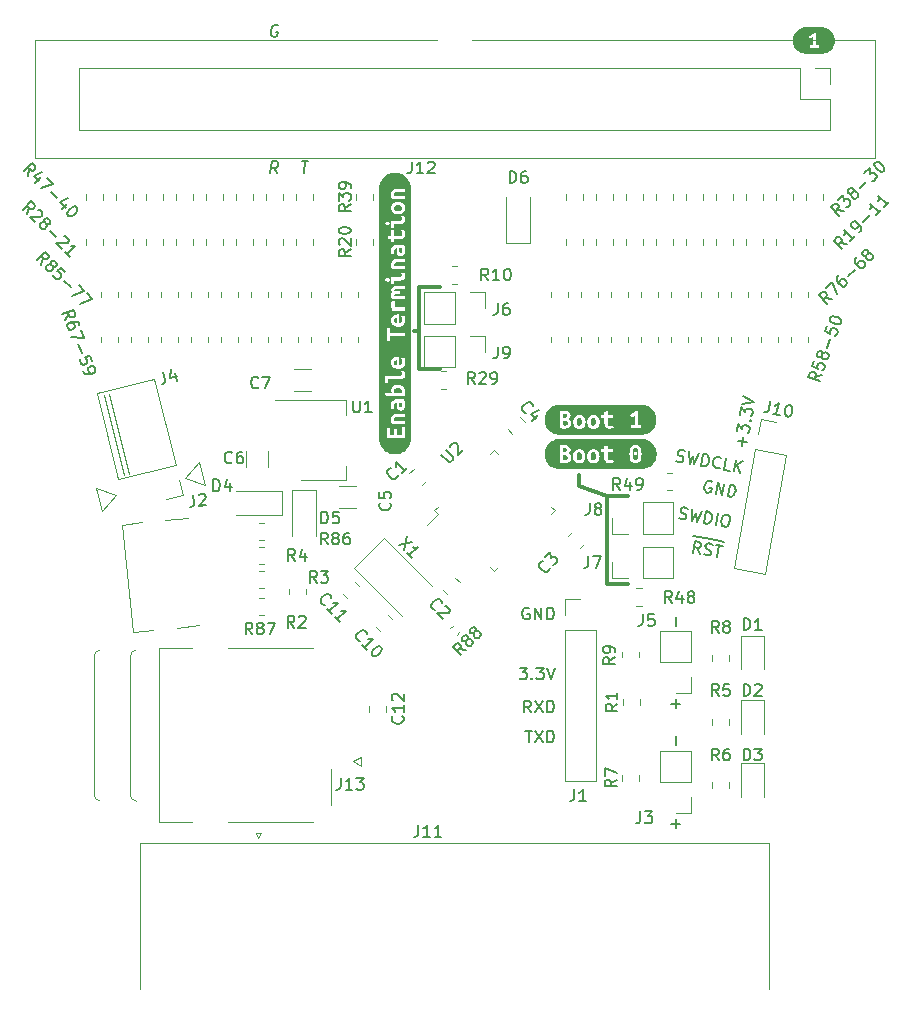
<source format=gto>
%TF.GenerationSoftware,KiCad,Pcbnew,5.1.12-84ad8e8a86~92~ubuntu20.04.1*%
%TF.CreationDate,2022-08-13T14:28:54-05:00*%
%TF.ProjectId,dietSCSI,64696574-5343-4534-992e-6b696361645f,rev?*%
%TF.SameCoordinates,Original*%
%TF.FileFunction,Legend,Top*%
%TF.FilePolarity,Positive*%
%FSLAX46Y46*%
G04 Gerber Fmt 4.6, Leading zero omitted, Abs format (unit mm)*
G04 Created by KiCad (PCBNEW 5.1.12-84ad8e8a86~92~ubuntu20.04.1) date 2022-08-13 14:28:54*
%MOMM*%
%LPD*%
G01*
G04 APERTURE LIST*
%ADD10C,0.300000*%
%ADD11C,0.150000*%
%ADD12C,0.120000*%
%ADD13C,0.100000*%
G04 APERTURE END LIST*
D10*
X134348000Y-46266500D02*
X134048000Y-46266500D01*
X134448000Y-42566500D02*
X134448000Y-49466500D01*
X134448000Y-49466500D02*
X136248000Y-49466500D01*
X134448000Y-42566500D02*
X136248000Y-42566500D01*
X150348000Y-67666500D02*
X152148000Y-67666500D01*
X150348000Y-60266500D02*
X150348000Y-67666500D01*
X150348000Y-60266500D02*
X152148000Y-60266500D01*
X148048000Y-59366500D02*
X150348000Y-60266500D01*
X148048000Y-58466500D02*
X148048000Y-59366500D01*
D11*
X156206071Y-77435547D02*
X156206071Y-78197452D01*
X155825119Y-77816500D02*
X156587023Y-77816500D01*
X156213928Y-71197452D02*
X156213928Y-70435547D01*
X156213928Y-81347452D02*
X156213928Y-80585547D01*
X156206071Y-87585547D02*
X156206071Y-88347452D01*
X155825119Y-87966500D02*
X156587023Y-87966500D01*
X122540967Y-20391500D02*
X122451681Y-20343880D01*
X122308824Y-20343880D01*
X122160014Y-20391500D01*
X122052872Y-20486738D01*
X121993348Y-20581976D01*
X121921919Y-20772452D01*
X121904062Y-20915309D01*
X121927872Y-21105785D01*
X121963586Y-21201023D01*
X122046919Y-21296261D01*
X122183824Y-21343880D01*
X122279062Y-21343880D01*
X122427872Y-21296261D01*
X122481443Y-21248642D01*
X122523110Y-20915309D01*
X122332633Y-20915309D01*
X124539300Y-31900880D02*
X125110729Y-31900880D01*
X124700014Y-32900880D02*
X124825014Y-31900880D01*
X122469538Y-32900880D02*
X122195729Y-32424690D01*
X121898110Y-32900880D02*
X122023110Y-31900880D01*
X122404062Y-31900880D01*
X122493348Y-31948500D01*
X122535014Y-31996119D01*
X122570729Y-32091357D01*
X122552872Y-32234214D01*
X122493348Y-32329452D01*
X122439776Y-32377071D01*
X122338586Y-32424690D01*
X121957633Y-32424690D01*
X142984261Y-74763380D02*
X143603309Y-74763380D01*
X143269976Y-75144333D01*
X143412833Y-75144333D01*
X143508071Y-75191952D01*
X143555690Y-75239571D01*
X143603309Y-75334809D01*
X143603309Y-75572904D01*
X143555690Y-75668142D01*
X143508071Y-75715761D01*
X143412833Y-75763380D01*
X143127119Y-75763380D01*
X143031880Y-75715761D01*
X142984261Y-75668142D01*
X144031880Y-75668142D02*
X144079500Y-75715761D01*
X144031880Y-75763380D01*
X143984261Y-75715761D01*
X144031880Y-75668142D01*
X144031880Y-75763380D01*
X144412833Y-74763380D02*
X145031880Y-74763380D01*
X144698547Y-75144333D01*
X144841404Y-75144333D01*
X144936642Y-75191952D01*
X144984261Y-75239571D01*
X145031880Y-75334809D01*
X145031880Y-75572904D01*
X144984261Y-75668142D01*
X144936642Y-75715761D01*
X144841404Y-75763380D01*
X144555690Y-75763380D01*
X144460452Y-75715761D01*
X144412833Y-75668142D01*
X145317595Y-74763380D02*
X145650928Y-75763380D01*
X145984261Y-74763380D01*
X143460452Y-80097380D02*
X144031880Y-80097380D01*
X143746166Y-81097380D02*
X143746166Y-80097380D01*
X144269976Y-80097380D02*
X144936642Y-81097380D01*
X144936642Y-80097380D02*
X144269976Y-81097380D01*
X145317595Y-81097380D02*
X145317595Y-80097380D01*
X145555690Y-80097380D01*
X145698547Y-80145000D01*
X145793785Y-80240238D01*
X145841404Y-80335476D01*
X145889023Y-80525952D01*
X145889023Y-80668809D01*
X145841404Y-80859285D01*
X145793785Y-80954523D01*
X145698547Y-81049761D01*
X145555690Y-81097380D01*
X145317595Y-81097380D01*
X143936642Y-78557380D02*
X143603309Y-78081190D01*
X143365214Y-78557380D02*
X143365214Y-77557380D01*
X143746166Y-77557380D01*
X143841404Y-77605000D01*
X143889023Y-77652619D01*
X143936642Y-77747857D01*
X143936642Y-77890714D01*
X143889023Y-77985952D01*
X143841404Y-78033571D01*
X143746166Y-78081190D01*
X143365214Y-78081190D01*
X144269976Y-77557380D02*
X144936642Y-78557380D01*
X144936642Y-77557380D02*
X144269976Y-78557380D01*
X145317595Y-78557380D02*
X145317595Y-77557380D01*
X145555690Y-77557380D01*
X145698547Y-77605000D01*
X145793785Y-77700238D01*
X145841404Y-77795476D01*
X145889023Y-77985952D01*
X145889023Y-78128809D01*
X145841404Y-78319285D01*
X145793785Y-78414523D01*
X145698547Y-78509761D01*
X145555690Y-78557380D01*
X145317595Y-78557380D01*
X143793785Y-69731000D02*
X143698547Y-69683380D01*
X143555690Y-69683380D01*
X143412833Y-69731000D01*
X143317595Y-69826238D01*
X143269976Y-69921476D01*
X143222357Y-70111952D01*
X143222357Y-70254809D01*
X143269976Y-70445285D01*
X143317595Y-70540523D01*
X143412833Y-70635761D01*
X143555690Y-70683380D01*
X143650928Y-70683380D01*
X143793785Y-70635761D01*
X143841404Y-70588142D01*
X143841404Y-70254809D01*
X143650928Y-70254809D01*
X144269976Y-70683380D02*
X144269976Y-69683380D01*
X144841404Y-70683380D01*
X144841404Y-69683380D01*
X145317595Y-70683380D02*
X145317595Y-69683380D01*
X145555690Y-69683380D01*
X145698547Y-69731000D01*
X145793785Y-69826238D01*
X145841404Y-69921476D01*
X145889023Y-70111952D01*
X145889023Y-70254809D01*
X145841404Y-70445285D01*
X145793785Y-70540523D01*
X145698547Y-70635761D01*
X145555690Y-70683380D01*
X145317595Y-70683380D01*
X161813975Y-55971131D02*
X161946278Y-55220801D01*
X162255291Y-55662118D02*
X161504962Y-55529814D01*
X161402787Y-54738140D02*
X161510283Y-54128497D01*
X161827565Y-54522918D01*
X161852372Y-54382231D01*
X161915806Y-54296709D01*
X161970970Y-54258082D01*
X162073031Y-54227724D01*
X162307509Y-54269069D01*
X162393031Y-54332503D01*
X162431658Y-54387667D01*
X162462015Y-54489727D01*
X162412401Y-54771101D01*
X162348968Y-54856623D01*
X162293803Y-54895250D01*
X162475721Y-53863547D02*
X162530885Y-53824920D01*
X162569512Y-53880084D01*
X162514347Y-53918711D01*
X162475721Y-53863547D01*
X162569512Y-53880084D01*
X161650856Y-53331271D02*
X161758352Y-52721629D01*
X162075634Y-53116050D01*
X162100441Y-52975363D01*
X162163875Y-52889840D01*
X162219039Y-52851214D01*
X162321099Y-52820856D01*
X162555578Y-52862201D01*
X162641100Y-52925634D01*
X162679726Y-52980799D01*
X162710084Y-53082859D01*
X162660470Y-53364233D01*
X162597037Y-53449755D01*
X162541872Y-53488382D01*
X161807966Y-52440255D02*
X162850656Y-52285634D01*
X161923731Y-51783716D01*
X156258222Y-57237906D02*
X156390640Y-57309609D01*
X156625118Y-57350953D01*
X156727178Y-57320596D01*
X156782342Y-57281969D01*
X156845776Y-57196447D01*
X156862314Y-57102656D01*
X156831956Y-57000595D01*
X156793329Y-56945431D01*
X156707807Y-56881997D01*
X156528494Y-56802026D01*
X156442971Y-56738592D01*
X156404345Y-56683428D01*
X156373987Y-56581368D01*
X156390525Y-56487576D01*
X156453959Y-56402054D01*
X156509123Y-56363428D01*
X156611183Y-56333070D01*
X156845661Y-56374415D01*
X156978079Y-56446117D01*
X157314617Y-56457104D02*
X157375447Y-57483257D01*
X157687064Y-56812899D01*
X157750612Y-57549409D01*
X158158738Y-56605946D01*
X158360255Y-57656905D02*
X158533903Y-56672097D01*
X158768381Y-56713442D01*
X158900799Y-56785145D01*
X158978052Y-56895474D01*
X159008410Y-56997534D01*
X159022230Y-57193385D01*
X158997423Y-57334072D01*
X158917452Y-57513386D01*
X158854018Y-57598908D01*
X158743689Y-57676161D01*
X158594733Y-57698250D01*
X158360255Y-57656905D01*
X159924348Y-57835990D02*
X159869183Y-57874616D01*
X159720228Y-57896705D01*
X159626436Y-57880167D01*
X159494019Y-57808464D01*
X159416765Y-57698135D01*
X159386408Y-57596075D01*
X159372588Y-57400224D01*
X159397395Y-57259537D01*
X159477366Y-57080223D01*
X159540800Y-56994701D01*
X159651129Y-56917448D01*
X159800085Y-56895359D01*
X159893876Y-56911897D01*
X160026294Y-56983600D01*
X160064920Y-57038764D01*
X160798827Y-58086891D02*
X160329871Y-58004201D01*
X160503519Y-57019394D01*
X161127096Y-58144774D02*
X161300744Y-57159966D01*
X161689843Y-58244001D02*
X161367010Y-57606833D01*
X161863491Y-57259193D02*
X161201517Y-57722713D01*
X159283816Y-59037755D02*
X159198293Y-58974321D01*
X159057607Y-58949514D01*
X158908651Y-58971603D01*
X158798322Y-59048856D01*
X158734888Y-59134379D01*
X158654917Y-59313692D01*
X158630110Y-59454379D01*
X158643930Y-59650230D01*
X158674287Y-59752291D01*
X158751541Y-59862620D01*
X158883958Y-59934322D01*
X158977750Y-59950860D01*
X159126705Y-59928771D01*
X159181870Y-59890145D01*
X159239753Y-59561875D01*
X159052170Y-59528800D01*
X159587393Y-60058357D02*
X159761041Y-59073549D01*
X160150140Y-60157584D01*
X160323788Y-59172776D01*
X160619096Y-60240274D02*
X160792744Y-59255466D01*
X161027222Y-59296811D01*
X161159640Y-59368513D01*
X161236893Y-59478842D01*
X161267251Y-59580903D01*
X161281071Y-59776754D01*
X161256264Y-59917441D01*
X161176292Y-60096754D01*
X161112859Y-60182276D01*
X161002530Y-60259530D01*
X160853574Y-60281619D01*
X160619096Y-60240274D01*
X156508403Y-62096668D02*
X156640821Y-62168371D01*
X156875299Y-62209715D01*
X156977359Y-62179358D01*
X157032524Y-62140731D01*
X157095957Y-62055209D01*
X157112495Y-61961418D01*
X157082138Y-61859357D01*
X157043511Y-61804193D01*
X156957989Y-61740759D01*
X156778675Y-61660788D01*
X156693153Y-61597354D01*
X156654526Y-61542190D01*
X156624169Y-61440130D01*
X156640706Y-61346338D01*
X156704140Y-61260816D01*
X156759305Y-61222189D01*
X156861365Y-61191832D01*
X157095843Y-61233177D01*
X157228261Y-61304879D01*
X157564799Y-61315866D02*
X157625629Y-62342019D01*
X157937246Y-61671661D01*
X158000794Y-62408170D01*
X158408920Y-61464708D01*
X158610436Y-62515667D02*
X158784085Y-61530859D01*
X159018563Y-61572204D01*
X159150981Y-61643906D01*
X159228234Y-61754236D01*
X159258592Y-61856296D01*
X159272411Y-62052147D01*
X159247604Y-62192834D01*
X159167633Y-62372147D01*
X159104199Y-62457670D01*
X158993870Y-62534923D01*
X158844915Y-62557012D01*
X158610436Y-62515667D01*
X159595244Y-62689315D02*
X159768892Y-61704507D01*
X160425431Y-61820273D02*
X160613013Y-61853349D01*
X160698536Y-61916782D01*
X160775789Y-62027111D01*
X160789609Y-62222963D01*
X160731726Y-62551232D01*
X160651754Y-62730545D01*
X160541425Y-62807799D01*
X160439365Y-62838156D01*
X160251783Y-62805081D01*
X160166260Y-62741647D01*
X160089007Y-62631318D01*
X160075187Y-62435467D01*
X160133070Y-62107197D01*
X160213042Y-61927884D01*
X160323371Y-61850631D01*
X160425431Y-61820273D01*
X157663819Y-63634639D02*
X158648627Y-63808287D01*
X158223601Y-65121819D02*
X157978022Y-64594980D01*
X157660854Y-65022591D02*
X157834502Y-64037783D01*
X158209667Y-64103935D01*
X158295189Y-64167369D01*
X158333816Y-64222533D01*
X158364174Y-64324593D01*
X158339367Y-64465280D01*
X158275933Y-64550802D01*
X158220769Y-64589429D01*
X158118709Y-64619787D01*
X157743544Y-64553635D01*
X158648627Y-63808287D02*
X159586539Y-63973666D01*
X158607035Y-65141075D02*
X158739453Y-65212777D01*
X158973931Y-65254122D01*
X159075991Y-65223764D01*
X159131156Y-65185138D01*
X159194589Y-65099615D01*
X159211127Y-65005824D01*
X159180770Y-64903764D01*
X159142143Y-64848599D01*
X159056621Y-64785166D01*
X158877307Y-64705194D01*
X158791785Y-64641761D01*
X158753158Y-64586596D01*
X158722801Y-64484536D01*
X158739339Y-64390745D01*
X158802772Y-64305223D01*
X158857937Y-64266596D01*
X158959997Y-64236238D01*
X159194475Y-64277583D01*
X159326893Y-64349286D01*
X159586539Y-63973666D02*
X160336869Y-64105970D01*
X159616535Y-64352004D02*
X160179283Y-64451231D01*
X159724261Y-65386425D02*
X159897909Y-64401618D01*
X168577768Y-49987471D02*
X168016289Y-50137835D01*
X168382328Y-50524438D02*
X167442636Y-50182418D01*
X167572929Y-49824440D01*
X167650250Y-49751232D01*
X167711283Y-49722771D01*
X167817065Y-49710597D01*
X167951306Y-49759457D01*
X168024514Y-49836778D01*
X168052975Y-49897812D01*
X168065149Y-50003593D01*
X167934855Y-50361571D01*
X167947522Y-48795253D02*
X167784656Y-49242725D01*
X168215842Y-49450339D01*
X168187381Y-49389305D01*
X168175207Y-49283524D01*
X168256641Y-49059788D01*
X168333961Y-48986580D01*
X168394995Y-48958119D01*
X168500776Y-48945945D01*
X168724513Y-49027379D01*
X168797720Y-49104699D01*
X168826181Y-49165733D01*
X168838355Y-49271515D01*
X168756922Y-49495251D01*
X168679601Y-49568459D01*
X168618567Y-49596919D01*
X168561975Y-48360118D02*
X168484654Y-48433326D01*
X168423620Y-48461787D01*
X168317839Y-48473961D01*
X168273092Y-48457674D01*
X168199884Y-48380353D01*
X168171423Y-48319319D01*
X168159249Y-48213538D01*
X168224396Y-48034549D01*
X168301716Y-47961341D01*
X168362750Y-47932881D01*
X168468532Y-47920707D01*
X168513279Y-47936993D01*
X168586487Y-48014314D01*
X168614947Y-48075348D01*
X168627121Y-48181129D01*
X168561975Y-48360118D01*
X168574148Y-48465899D01*
X168602609Y-48526933D01*
X168675817Y-48604254D01*
X168854806Y-48669401D01*
X168960587Y-48657227D01*
X169021621Y-48628766D01*
X169098942Y-48555558D01*
X169164088Y-48376569D01*
X169151915Y-48270788D01*
X169123454Y-48209754D01*
X169050246Y-48132433D01*
X168871257Y-48067287D01*
X168765476Y-48079461D01*
X168704442Y-48107921D01*
X168627121Y-48181129D01*
X169017837Y-47664561D02*
X169278424Y-46948605D01*
X169022443Y-45841933D02*
X168859576Y-46289406D01*
X169290762Y-46497020D01*
X169262302Y-46435986D01*
X169250128Y-46330204D01*
X169331561Y-46106468D01*
X169408882Y-46033260D01*
X169469916Y-46004800D01*
X169575697Y-45992626D01*
X169799433Y-46074059D01*
X169872641Y-46151380D01*
X169901102Y-46212414D01*
X169913275Y-46318195D01*
X169831842Y-46541931D01*
X169754521Y-46615139D01*
X169693488Y-46643600D01*
X169250456Y-45215471D02*
X169283030Y-45125977D01*
X169360350Y-45052769D01*
X169421384Y-45024308D01*
X169527165Y-45012134D01*
X169722441Y-45032534D01*
X169946177Y-45113967D01*
X170108880Y-45223861D01*
X170182088Y-45301182D01*
X170210548Y-45362216D01*
X170222722Y-45467997D01*
X170190149Y-45557491D01*
X170112828Y-45630699D01*
X170051794Y-45659160D01*
X169946013Y-45671334D01*
X169750737Y-45650934D01*
X169527001Y-45569501D01*
X169364299Y-45459607D01*
X169291091Y-45382286D01*
X169262630Y-45321252D01*
X169250456Y-45215471D01*
X169442145Y-43541618D02*
X168869725Y-43440602D01*
X169038084Y-43945679D02*
X168330977Y-43238572D01*
X168600351Y-42969198D01*
X168701366Y-42935526D01*
X168768710Y-42935526D01*
X168869725Y-42969198D01*
X168970740Y-43070213D01*
X169004412Y-43171228D01*
X169004412Y-43238572D01*
X168970740Y-43339587D01*
X168701366Y-43608961D01*
X168970740Y-42598809D02*
X169442145Y-42127404D01*
X169846206Y-43137557D01*
X170014564Y-41554984D02*
X169879877Y-41689671D01*
X169846206Y-41790687D01*
X169846206Y-41858030D01*
X169879877Y-42026389D01*
X169980893Y-42194748D01*
X170250267Y-42464122D01*
X170351282Y-42497793D01*
X170418625Y-42497793D01*
X170519641Y-42464122D01*
X170654328Y-42329435D01*
X170688000Y-42228419D01*
X170688000Y-42161076D01*
X170654328Y-42060061D01*
X170485969Y-41891702D01*
X170384954Y-41858030D01*
X170317610Y-41858030D01*
X170216595Y-41891702D01*
X170081908Y-42026389D01*
X170048236Y-42127404D01*
X170048236Y-42194748D01*
X170081908Y-42295763D01*
X170822687Y-41622328D02*
X171361435Y-41083580D01*
X171563465Y-40006084D02*
X171428778Y-40140771D01*
X171395106Y-40241786D01*
X171395106Y-40309129D01*
X171428778Y-40477488D01*
X171529793Y-40645847D01*
X171799167Y-40915221D01*
X171900183Y-40948893D01*
X171967526Y-40948893D01*
X172068541Y-40915221D01*
X172203228Y-40780534D01*
X172236900Y-40679519D01*
X172236900Y-40612175D01*
X172203228Y-40511160D01*
X172034870Y-40342801D01*
X171933854Y-40309129D01*
X171866511Y-40309129D01*
X171765496Y-40342801D01*
X171630809Y-40477488D01*
X171597137Y-40578503D01*
X171597137Y-40645847D01*
X171630809Y-40746862D01*
X172337915Y-39837725D02*
X172236900Y-39871397D01*
X172169557Y-39871397D01*
X172068541Y-39837725D01*
X172034870Y-39804053D01*
X172001198Y-39703038D01*
X172001198Y-39635694D01*
X172034870Y-39534679D01*
X172169557Y-39399992D01*
X172270572Y-39366320D01*
X172337915Y-39366320D01*
X172438931Y-39399992D01*
X172472602Y-39433664D01*
X172506274Y-39534679D01*
X172506274Y-39602023D01*
X172472602Y-39703038D01*
X172337915Y-39837725D01*
X172304244Y-39938740D01*
X172304244Y-40006084D01*
X172337915Y-40107099D01*
X172472602Y-40241786D01*
X172573618Y-40275458D01*
X172640961Y-40275458D01*
X172741976Y-40241786D01*
X172876663Y-40107099D01*
X172910335Y-40006084D01*
X172910335Y-39938740D01*
X172876663Y-39837725D01*
X172741976Y-39703038D01*
X172640961Y-39669366D01*
X172573618Y-39669366D01*
X172472602Y-39703038D01*
X170712145Y-38906118D02*
X170139725Y-38805102D01*
X170308084Y-39310179D02*
X169600977Y-38603072D01*
X169870351Y-38333698D01*
X169971366Y-38300026D01*
X170038710Y-38300026D01*
X170139725Y-38333698D01*
X170240740Y-38434713D01*
X170274412Y-38535728D01*
X170274412Y-38603072D01*
X170240740Y-38704087D01*
X169971366Y-38973461D01*
X171385580Y-38232683D02*
X170981519Y-38636744D01*
X171183549Y-38434713D02*
X170476442Y-37727606D01*
X170510114Y-37895965D01*
X170510114Y-38030652D01*
X170476442Y-38131667D01*
X171722297Y-37895965D02*
X171856984Y-37761278D01*
X171890656Y-37660263D01*
X171890656Y-37592919D01*
X171856984Y-37424561D01*
X171755969Y-37256202D01*
X171486595Y-36986828D01*
X171385580Y-36953156D01*
X171318236Y-36953156D01*
X171217221Y-36986828D01*
X171082534Y-37121515D01*
X171048862Y-37222530D01*
X171048862Y-37289874D01*
X171082534Y-37390889D01*
X171250893Y-37559248D01*
X171351908Y-37592919D01*
X171419251Y-37592919D01*
X171520267Y-37559248D01*
X171654954Y-37424561D01*
X171688625Y-37323545D01*
X171688625Y-37256202D01*
X171654954Y-37155187D01*
X172092687Y-36986828D02*
X172631435Y-36448080D01*
X173607915Y-36010347D02*
X173203854Y-36414408D01*
X173405885Y-36212377D02*
X172698778Y-35505271D01*
X172732450Y-35673629D01*
X172732450Y-35808316D01*
X172698778Y-35909332D01*
X174281350Y-35336912D02*
X173877289Y-35740973D01*
X174079320Y-35538942D02*
X173372213Y-34831836D01*
X173405885Y-35000194D01*
X173405885Y-35134881D01*
X173372213Y-35235897D01*
X170432745Y-36086718D02*
X169860325Y-35985702D01*
X170028684Y-36490779D02*
X169321577Y-35783672D01*
X169590951Y-35514298D01*
X169691966Y-35480626D01*
X169759310Y-35480626D01*
X169860325Y-35514298D01*
X169961340Y-35615313D01*
X169995012Y-35716328D01*
X169995012Y-35783672D01*
X169961340Y-35884687D01*
X169691966Y-36154061D01*
X169961340Y-35143909D02*
X170399073Y-34706176D01*
X170432745Y-35211252D01*
X170533760Y-35110237D01*
X170634775Y-35076565D01*
X170702119Y-35076565D01*
X170803134Y-35110237D01*
X170971493Y-35278596D01*
X171005164Y-35379611D01*
X171005164Y-35446954D01*
X170971493Y-35547970D01*
X170769462Y-35750000D01*
X170668447Y-35783672D01*
X170601103Y-35783672D01*
X171106180Y-34605161D02*
X171005164Y-34638832D01*
X170937821Y-34638832D01*
X170836806Y-34605161D01*
X170803134Y-34571489D01*
X170769462Y-34470474D01*
X170769462Y-34403130D01*
X170803134Y-34302115D01*
X170937821Y-34167428D01*
X171038836Y-34133756D01*
X171106180Y-34133756D01*
X171207195Y-34167428D01*
X171240867Y-34201100D01*
X171274538Y-34302115D01*
X171274538Y-34369458D01*
X171240867Y-34470474D01*
X171106180Y-34605161D01*
X171072508Y-34706176D01*
X171072508Y-34773519D01*
X171106180Y-34874535D01*
X171240867Y-35009222D01*
X171341882Y-35042893D01*
X171409225Y-35042893D01*
X171510241Y-35009222D01*
X171644928Y-34874535D01*
X171678600Y-34773519D01*
X171678600Y-34706176D01*
X171644928Y-34605161D01*
X171510241Y-34470474D01*
X171409225Y-34436802D01*
X171341882Y-34436802D01*
X171240867Y-34470474D01*
X171813287Y-34167428D02*
X172352035Y-33628680D01*
X172183676Y-32921573D02*
X172621409Y-32483840D01*
X172655080Y-32988916D01*
X172756096Y-32887901D01*
X172857111Y-32854229D01*
X172924454Y-32854229D01*
X173025470Y-32887901D01*
X173193828Y-33056260D01*
X173227500Y-33157275D01*
X173227500Y-33224619D01*
X173193828Y-33325634D01*
X172991798Y-33527664D01*
X172890783Y-33561336D01*
X172823439Y-33561336D01*
X173059141Y-32046107D02*
X173126485Y-31978764D01*
X173227500Y-31945092D01*
X173294844Y-31945092D01*
X173395859Y-31978764D01*
X173564218Y-32079779D01*
X173732576Y-32248138D01*
X173833592Y-32416497D01*
X173867263Y-32517512D01*
X173867263Y-32584855D01*
X173833592Y-32685871D01*
X173766248Y-32753214D01*
X173665233Y-32786886D01*
X173597889Y-32786886D01*
X173496874Y-32753214D01*
X173328515Y-32652199D01*
X173160157Y-32483840D01*
X173059141Y-32315481D01*
X173025470Y-32214466D01*
X173025470Y-32147123D01*
X173059141Y-32046107D01*
X104481570Y-45317975D02*
X104815036Y-44841877D01*
X104286130Y-44781008D02*
X105225823Y-44438988D01*
X105356116Y-44796966D01*
X105343942Y-44902747D01*
X105315482Y-44963781D01*
X105242274Y-45041102D01*
X105108032Y-45089962D01*
X105002251Y-45077788D01*
X104941217Y-45049327D01*
X104863896Y-44976119D01*
X104733603Y-44618141D01*
X105714423Y-45781406D02*
X105649276Y-45602417D01*
X105571956Y-45529209D01*
X105510922Y-45500748D01*
X105344106Y-45460114D01*
X105148831Y-45480513D01*
X104790853Y-45610806D01*
X104717645Y-45688127D01*
X104689184Y-45749161D01*
X104677010Y-45854942D01*
X104742157Y-46033931D01*
X104819478Y-46107139D01*
X104880511Y-46135600D01*
X104986293Y-46147774D01*
X105210029Y-46066340D01*
X105283237Y-45989020D01*
X105311697Y-45927986D01*
X105323871Y-45822204D01*
X105258725Y-45643215D01*
X105181404Y-45570008D01*
X105120370Y-45541547D01*
X105014589Y-45529373D01*
X105861003Y-46184131D02*
X106089016Y-46810593D01*
X105002744Y-46749888D01*
X105637595Y-47380298D02*
X105898182Y-48096254D01*
X106805630Y-48779473D02*
X106642763Y-48332000D01*
X106179004Y-48450119D01*
X106240038Y-48478580D01*
X106317358Y-48551788D01*
X106398792Y-48775524D01*
X106386618Y-48881305D01*
X106358157Y-48942339D01*
X106284949Y-49019660D01*
X106061213Y-49101093D01*
X105955432Y-49088919D01*
X105894398Y-49060459D01*
X105817077Y-48987251D01*
X105735644Y-48763515D01*
X105747818Y-48657733D01*
X105776279Y-48596699D01*
X106045091Y-49613713D02*
X106110237Y-49792702D01*
X106187558Y-49865910D01*
X106248592Y-49894370D01*
X106415407Y-49935005D01*
X106610683Y-49914605D01*
X106968661Y-49784312D01*
X107041869Y-49706991D01*
X107070330Y-49645957D01*
X107082503Y-49540176D01*
X107017357Y-49361187D01*
X106940036Y-49287979D01*
X106879002Y-49259519D01*
X106773221Y-49247345D01*
X106549485Y-49328778D01*
X106476277Y-49406099D01*
X106447816Y-49467133D01*
X106435642Y-49572914D01*
X106500789Y-49751903D01*
X106578110Y-49825111D01*
X106639144Y-49853571D01*
X106744925Y-49865745D01*
X102508381Y-40638745D02*
X102609397Y-40066325D01*
X102104320Y-40234684D02*
X102811427Y-39527577D01*
X103080801Y-39796951D01*
X103114473Y-39897966D01*
X103114473Y-39965310D01*
X103080801Y-40066325D01*
X102979786Y-40167340D01*
X102878771Y-40201012D01*
X102811427Y-40201012D01*
X102710412Y-40167340D01*
X102441038Y-39897966D01*
X103316503Y-40638745D02*
X103282832Y-40537729D01*
X103282832Y-40470386D01*
X103316503Y-40369371D01*
X103350175Y-40335699D01*
X103451190Y-40302027D01*
X103518534Y-40302027D01*
X103619549Y-40335699D01*
X103754236Y-40470386D01*
X103787908Y-40571401D01*
X103787908Y-40638745D01*
X103754236Y-40739760D01*
X103720564Y-40773432D01*
X103619549Y-40807103D01*
X103552206Y-40807103D01*
X103451190Y-40773432D01*
X103316503Y-40638745D01*
X103215488Y-40605073D01*
X103148145Y-40605073D01*
X103047129Y-40638745D01*
X102912442Y-40773432D01*
X102878771Y-40874447D01*
X102878771Y-40941790D01*
X102912442Y-41042806D01*
X103047129Y-41177493D01*
X103148145Y-41211164D01*
X103215488Y-41211164D01*
X103316503Y-41177493D01*
X103451190Y-41042806D01*
X103484862Y-40941790D01*
X103484862Y-40874447D01*
X103451190Y-40773432D01*
X104528687Y-41244836D02*
X104191969Y-40908119D01*
X103821580Y-41211164D01*
X103888923Y-41211164D01*
X103989938Y-41244836D01*
X104158297Y-41413195D01*
X104191969Y-41514210D01*
X104191969Y-41581554D01*
X104158297Y-41682569D01*
X103989938Y-41850928D01*
X103888923Y-41884600D01*
X103821580Y-41884599D01*
X103720564Y-41850928D01*
X103552206Y-41682569D01*
X103518534Y-41581554D01*
X103518534Y-41514210D01*
X104427671Y-42019287D02*
X104966419Y-42558035D01*
X105673526Y-42389676D02*
X106144931Y-42861080D01*
X105134778Y-43265141D01*
X106346961Y-43063111D02*
X106818366Y-43534515D01*
X105808213Y-43938576D01*
X101314581Y-36384245D02*
X101415597Y-35811825D01*
X100910520Y-35980184D02*
X101617627Y-35273077D01*
X101887001Y-35542451D01*
X101920673Y-35643466D01*
X101920673Y-35710810D01*
X101887001Y-35811825D01*
X101785986Y-35912840D01*
X101684971Y-35946512D01*
X101617627Y-35946512D01*
X101516612Y-35912840D01*
X101247238Y-35643466D01*
X102223719Y-36013855D02*
X102291062Y-36013855D01*
X102392077Y-36047527D01*
X102560436Y-36215886D01*
X102594108Y-36316901D01*
X102594108Y-36384245D01*
X102560436Y-36485260D01*
X102493093Y-36552603D01*
X102358406Y-36619947D01*
X101550284Y-36619947D01*
X101988016Y-37057680D01*
X102796138Y-37057680D02*
X102762467Y-36956664D01*
X102762467Y-36889321D01*
X102796138Y-36788306D01*
X102829810Y-36754634D01*
X102930825Y-36720962D01*
X102998169Y-36720962D01*
X103099184Y-36754634D01*
X103233871Y-36889321D01*
X103267543Y-36990336D01*
X103267543Y-37057680D01*
X103233871Y-37158695D01*
X103200200Y-37192367D01*
X103099184Y-37226038D01*
X103031841Y-37226038D01*
X102930825Y-37192367D01*
X102796138Y-37057680D01*
X102695123Y-37024008D01*
X102627780Y-37024008D01*
X102526764Y-37057680D01*
X102392077Y-37192367D01*
X102358406Y-37293382D01*
X102358406Y-37360725D01*
X102392077Y-37461741D01*
X102526764Y-37596428D01*
X102627780Y-37630099D01*
X102695123Y-37630100D01*
X102796138Y-37596428D01*
X102930825Y-37461741D01*
X102964497Y-37360725D01*
X102964497Y-37293382D01*
X102930825Y-37192367D01*
X103233871Y-37764787D02*
X103772619Y-38303535D01*
X104446054Y-38236191D02*
X104513398Y-38236191D01*
X104614413Y-38269863D01*
X104782772Y-38438222D01*
X104816444Y-38539237D01*
X104816444Y-38606580D01*
X104782772Y-38707596D01*
X104715428Y-38774939D01*
X104580741Y-38842283D01*
X103772619Y-38842283D01*
X104210352Y-39280015D01*
X104883787Y-39953450D02*
X104479726Y-39549389D01*
X104681757Y-39751420D02*
X105388863Y-39044313D01*
X105220505Y-39077985D01*
X105085818Y-39077985D01*
X104984802Y-39044313D01*
X101390781Y-33107645D02*
X101491797Y-32535225D01*
X100986720Y-32703584D02*
X101693827Y-31996477D01*
X101963201Y-32265851D01*
X101996873Y-32366866D01*
X101996873Y-32434210D01*
X101963201Y-32535225D01*
X101862186Y-32636240D01*
X101761171Y-32669912D01*
X101693827Y-32669912D01*
X101592812Y-32636240D01*
X101323438Y-32366866D01*
X102468277Y-33242332D02*
X101996873Y-33713736D01*
X102569293Y-32804599D02*
X101895858Y-33141316D01*
X102333590Y-33579049D01*
X103007025Y-33309675D02*
X103478430Y-33781080D01*
X102468277Y-34185141D01*
X103310071Y-34488187D02*
X103848819Y-35026935D01*
X104690613Y-35464667D02*
X104219209Y-35936072D01*
X104791628Y-35026935D02*
X104118193Y-35363652D01*
X104555926Y-35801385D01*
X105431392Y-35734041D02*
X105498735Y-35801385D01*
X105532407Y-35902400D01*
X105532407Y-35969744D01*
X105498735Y-36070759D01*
X105397720Y-36239118D01*
X105229361Y-36407476D01*
X105061002Y-36508492D01*
X104959987Y-36542163D01*
X104892644Y-36542163D01*
X104791628Y-36508492D01*
X104724285Y-36441148D01*
X104690613Y-36340133D01*
X104690613Y-36272789D01*
X104724285Y-36171774D01*
X104825300Y-36003415D01*
X104993659Y-35835057D01*
X105162018Y-35734041D01*
X105263033Y-35700370D01*
X105330376Y-35700370D01*
X105431392Y-35734041D01*
%TO.C,kibuzzard-62F7F5F5*%
G36*
X131093598Y-55336869D02*
G01*
X131784822Y-55336869D01*
X131784822Y-54443900D01*
X132027709Y-54443900D01*
X132027709Y-55043975D01*
X132358703Y-55043975D01*
X132358703Y-54522481D01*
X132175347Y-54146244D01*
X132154511Y-54058435D01*
X132134866Y-53952172D01*
X132120578Y-53831621D01*
X132115816Y-53700950D01*
X132125043Y-53578911D01*
X132152725Y-53479494D01*
X132257500Y-53340190D01*
X132396803Y-52855606D01*
X132161059Y-52896087D01*
X132126531Y-52741306D01*
X132114923Y-52639508D01*
X132111053Y-52534137D01*
X132119090Y-52407633D01*
X132143200Y-52304347D01*
X132233687Y-52157900D01*
X132376562Y-52079319D01*
X132565872Y-52055506D01*
X133225478Y-51767375D01*
X131656234Y-51767375D01*
X131606228Y-51474481D01*
X132165822Y-51474481D01*
X132126531Y-51355419D01*
X132115816Y-51241119D01*
X132126234Y-51138129D01*
X132157487Y-51048237D01*
X132276550Y-50908934D01*
X132361382Y-50859821D01*
X132461097Y-50824400D01*
X132574206Y-50802969D01*
X132699222Y-50795825D01*
X132826321Y-50804754D01*
X132940919Y-50831544D01*
X133041229Y-50875597D01*
X133125466Y-50936319D01*
X133193034Y-51013114D01*
X133254946Y-50115978D01*
X133164756Y-50236231D01*
X133016821Y-50305883D01*
X132813522Y-50329100D01*
X131863403Y-50329100D01*
X131863403Y-50638662D01*
X131620516Y-50638662D01*
X131620516Y-50036206D01*
X132708747Y-49459944D01*
X132570039Y-49448633D01*
X132449191Y-49414700D01*
X132346499Y-49362312D01*
X132262262Y-49295637D01*
X132196480Y-49216461D01*
X132149153Y-49126569D01*
X132120578Y-49030128D01*
X132111053Y-48931306D01*
X132127325Y-48779435D01*
X132176141Y-48654023D01*
X132257500Y-48555069D01*
X132370080Y-48483631D01*
X132512558Y-48440769D01*
X132684934Y-48426481D01*
X132744466Y-48427672D01*
X132794472Y-48431244D01*
X132794472Y-49157525D01*
X132892401Y-49134903D01*
X132967113Y-49067037D01*
X133014440Y-48963453D01*
X133030216Y-48833675D01*
X133011166Y-48665797D01*
X132973066Y-48531256D01*
X133223097Y-48490775D01*
X133267150Y-48652700D01*
X133285009Y-48845581D01*
X133275782Y-48981015D01*
X133248100Y-49101565D01*
X133202261Y-49206340D01*
X133138563Y-49294447D01*
X133057302Y-49364991D01*
X132958778Y-49417081D01*
X132842692Y-49449228D01*
X132708747Y-49459944D01*
X131620516Y-50036206D01*
X132834953Y-50036206D01*
X132989734Y-49990962D01*
X133030216Y-49876662D01*
X133006403Y-49729025D01*
X132975447Y-49650444D01*
X133211191Y-49612344D01*
X133227859Y-49644490D01*
X133252863Y-49709975D01*
X133275484Y-49808797D01*
X133285009Y-49940956D01*
X133254946Y-50115978D01*
X133193034Y-51013114D01*
X133243338Y-51105387D01*
X133274591Y-51212544D01*
X133285009Y-51333987D01*
X133280842Y-51449478D01*
X133268341Y-51567350D01*
X133249291Y-51676887D01*
X133225478Y-51767375D01*
X132565872Y-52055506D01*
X133232622Y-52055506D01*
X133265959Y-52246006D01*
X133280247Y-52379951D01*
X133285009Y-52529375D01*
X133265959Y-52723447D01*
X133202856Y-52872275D01*
X133088556Y-52967525D01*
X132915916Y-53000862D01*
X132751609Y-52962762D01*
X132644453Y-52860369D01*
X132586113Y-52712731D01*
X132568253Y-52538900D01*
X132573016Y-52431148D01*
X132587303Y-52336494D01*
X132551584Y-52336494D01*
X132412281Y-52388881D01*
X132370312Y-52460319D01*
X132356322Y-52569856D01*
X132368228Y-52730590D01*
X132396803Y-52855606D01*
X132257500Y-53340190D01*
X132419425Y-53267562D01*
X132518545Y-53251489D01*
X132627784Y-53246131D01*
X133258816Y-53246131D01*
X133258816Y-53539025D01*
X132665884Y-53539025D01*
X132530748Y-53547954D01*
X132439666Y-53574744D01*
X132370609Y-53720000D01*
X132372991Y-53785484D01*
X132380134Y-53853350D01*
X133258816Y-53853350D01*
X133258816Y-54146244D01*
X132175347Y-54146244D01*
X132358703Y-54522481D01*
X132601591Y-54522481D01*
X132601591Y-55043975D01*
X133015928Y-55043975D01*
X133015928Y-54391512D01*
X133258816Y-54391512D01*
X133258816Y-55336869D01*
X131784822Y-55336869D01*
X131093598Y-55336869D01*
X131093598Y-55337067D01*
X131100120Y-55469822D01*
X131119622Y-55601298D01*
X131151918Y-55730229D01*
X131196696Y-55855374D01*
X131253524Y-55975528D01*
X131321856Y-56089532D01*
X131401033Y-56196291D01*
X131490293Y-56294774D01*
X131588776Y-56384034D01*
X131695535Y-56463211D01*
X131809539Y-56531543D01*
X131929693Y-56588371D01*
X132054838Y-56633149D01*
X132183769Y-56665445D01*
X132315245Y-56684947D01*
X132448000Y-56691469D01*
X132580755Y-56684947D01*
X132712231Y-56665445D01*
X132841162Y-56633149D01*
X132966307Y-56588371D01*
X133086461Y-56531543D01*
X133200465Y-56463211D01*
X133307224Y-56384034D01*
X133405707Y-56294774D01*
X133494967Y-56196291D01*
X133574144Y-56089532D01*
X133642476Y-55975528D01*
X133699304Y-55855374D01*
X133744082Y-55730229D01*
X133776378Y-55601298D01*
X133795880Y-55469822D01*
X133802402Y-55337067D01*
X133802402Y-55336869D01*
X133802402Y-34196131D01*
X133258816Y-34196131D01*
X133258816Y-34489025D01*
X132665884Y-34489025D01*
X132530748Y-34497954D01*
X132439666Y-34524744D01*
X132370609Y-34670000D01*
X132372991Y-34735484D01*
X132380134Y-34803350D01*
X133258816Y-34803350D01*
X133258816Y-35096244D01*
X132175347Y-35096244D01*
X132154511Y-35008435D01*
X132134866Y-34902172D01*
X132120578Y-34781621D01*
X132115816Y-34650950D01*
X132125043Y-34528911D01*
X132152725Y-34429494D01*
X132257500Y-34290190D01*
X132419425Y-34217562D01*
X132518545Y-34201489D01*
X132627784Y-34196131D01*
X133258816Y-34196131D01*
X133802402Y-34196131D01*
X133802402Y-34195933D01*
X133795880Y-34063178D01*
X133776378Y-33931702D01*
X133744082Y-33802771D01*
X133699304Y-33677625D01*
X133642476Y-33557472D01*
X133574144Y-33443467D01*
X133494967Y-33336709D01*
X133405707Y-33238226D01*
X133307223Y-33148966D01*
X133200465Y-33069789D01*
X133086461Y-33001457D01*
X132966307Y-32944629D01*
X132841162Y-32899851D01*
X132712231Y-32867555D01*
X132580755Y-32848053D01*
X132448000Y-32841531D01*
X132315245Y-32848053D01*
X132183769Y-32867555D01*
X132054838Y-32899851D01*
X132139628Y-37715619D01*
X132382516Y-37715619D01*
X132382516Y-38184725D01*
X132904605Y-37227462D01*
X132794472Y-37232225D01*
X132382516Y-37232225D01*
X132382516Y-37541787D01*
X132139628Y-37541787D01*
X132139628Y-36939331D01*
X132832572Y-36939331D01*
X132823940Y-36358306D01*
X132696841Y-36367831D01*
X132571527Y-36358008D01*
X132457525Y-36328540D01*
X132356917Y-36281511D01*
X132271787Y-36219003D01*
X132203327Y-36141910D01*
X132152725Y-36051125D01*
X132121471Y-35949326D01*
X132111053Y-35839194D01*
X132121471Y-35727572D01*
X132152725Y-35626072D01*
X132203327Y-35536179D01*
X132271787Y-35459384D01*
X132356917Y-35397174D01*
X132457525Y-35351037D01*
X132571527Y-35322462D01*
X132696841Y-35312937D01*
X132823940Y-35322462D01*
X132938538Y-35351037D01*
X133039443Y-35396876D01*
X133125466Y-35458194D01*
X133195117Y-35534096D01*
X133246909Y-35623690D01*
X133279056Y-35725786D01*
X133289772Y-35839194D01*
X133279056Y-35952601D01*
X133246909Y-36054697D01*
X133195117Y-36144589D01*
X133125466Y-36221384D01*
X133039443Y-36283594D01*
X132938538Y-36329731D01*
X132823940Y-36358306D01*
X132832572Y-36939331D01*
X132981400Y-36902422D01*
X133030216Y-36779787D01*
X133019500Y-36682156D01*
X132975447Y-36553569D01*
X133211191Y-36515469D01*
X133269531Y-36685728D01*
X133285009Y-36832175D01*
X133276675Y-36937247D01*
X133251672Y-37023865D01*
X133155231Y-37147690D01*
X133001641Y-37213175D01*
X132904605Y-37227462D01*
X132382516Y-38184725D01*
X132834953Y-38184725D01*
X132934966Y-38172819D01*
X132994497Y-38139481D01*
X133023072Y-38087094D01*
X133030216Y-38018037D01*
X133027834Y-37943028D01*
X133019500Y-37876353D01*
X133001641Y-37809678D01*
X132970684Y-37734669D01*
X133223097Y-37694187D01*
X133270722Y-37869209D01*
X133285009Y-38051375D01*
X133268341Y-38232350D01*
X133204047Y-38365700D01*
X133069506Y-38449044D01*
X132969196Y-38470475D01*
X132842097Y-38477619D01*
X132382516Y-38477619D01*
X132382516Y-38732412D01*
X132139628Y-38732412D01*
X132139628Y-38477619D01*
X131858641Y-38477619D01*
X131811016Y-38184725D01*
X132139628Y-38184725D01*
X132139628Y-37715619D01*
X132054838Y-32899851D01*
X131929693Y-32944629D01*
X131818159Y-36951237D01*
X131953891Y-37006006D01*
X132003897Y-37136975D01*
X131953891Y-37266753D01*
X131818159Y-37320331D01*
X131680047Y-37266753D01*
X131630041Y-37136975D01*
X131680047Y-37006006D01*
X131818159Y-36951237D01*
X131929693Y-32944629D01*
X131809539Y-33001457D01*
X131695535Y-33069789D01*
X131588777Y-33148966D01*
X131490293Y-33238226D01*
X131401033Y-33336709D01*
X131818159Y-41713737D01*
X131953891Y-41768506D01*
X132003897Y-41899475D01*
X131953891Y-42029253D01*
X131818159Y-42082831D01*
X131680047Y-42029253D01*
X131630041Y-41899475D01*
X131680047Y-41768506D01*
X131818159Y-41713737D01*
X131401033Y-33336709D01*
X131321856Y-33443467D01*
X131253524Y-33557472D01*
X131784822Y-46021419D01*
X132027709Y-46021419D01*
X132127722Y-42763869D01*
X132156297Y-42611469D01*
X132242022Y-42517409D01*
X132386087Y-42470975D01*
X132480445Y-42462045D01*
X132589684Y-42459069D01*
X132904605Y-41989962D01*
X132794472Y-41994725D01*
X132382516Y-41994725D01*
X132382516Y-42304287D01*
X132139628Y-42304287D01*
X132139628Y-41701831D01*
X132175347Y-41049369D01*
X132154511Y-40961560D01*
X132134866Y-40855297D01*
X132120578Y-40734746D01*
X132115816Y-40604075D01*
X132125043Y-40482036D01*
X132152725Y-40382619D01*
X132257500Y-40243315D01*
X132396803Y-39758731D01*
X132161059Y-39799212D01*
X132126531Y-39644431D01*
X132114923Y-39542633D01*
X132111053Y-39437262D01*
X132119090Y-39310758D01*
X132143200Y-39207472D01*
X132233687Y-39061025D01*
X132376562Y-38982444D01*
X132565872Y-38958631D01*
X133232622Y-38958631D01*
X133265959Y-39149131D01*
X133280247Y-39283076D01*
X133285009Y-39432500D01*
X133265959Y-39626572D01*
X133202856Y-39775400D01*
X133088556Y-39870650D01*
X132915916Y-39903987D01*
X132751609Y-39865887D01*
X132644453Y-39763494D01*
X132586113Y-39615856D01*
X132568253Y-39442025D01*
X132573016Y-39334273D01*
X132587303Y-39239619D01*
X132551584Y-39239619D01*
X132412281Y-39292006D01*
X132370312Y-39363444D01*
X132356322Y-39472981D01*
X132368228Y-39633715D01*
X132396803Y-39758731D01*
X132257500Y-40243315D01*
X132419425Y-40170687D01*
X132518545Y-40154614D01*
X132627784Y-40149256D01*
X133258816Y-40149256D01*
X133258816Y-40442150D01*
X132665884Y-40442150D01*
X132530748Y-40451079D01*
X132439666Y-40477869D01*
X132370609Y-40623125D01*
X132372991Y-40688609D01*
X132380134Y-40756475D01*
X133258816Y-40756475D01*
X133258816Y-41049369D01*
X132175347Y-41049369D01*
X132139628Y-41701831D01*
X132832572Y-41701831D01*
X132981400Y-41664922D01*
X133030216Y-41542287D01*
X133019500Y-41444656D01*
X132975447Y-41316069D01*
X133211191Y-41277969D01*
X133269531Y-41448228D01*
X133285009Y-41594675D01*
X133276675Y-41699747D01*
X133251672Y-41786365D01*
X133155231Y-41910190D01*
X133001641Y-41975675D01*
X132904605Y-41989962D01*
X132589684Y-42459069D01*
X133258816Y-42459069D01*
X133258816Y-42697194D01*
X132575397Y-42697194D01*
X132468241Y-42705528D01*
X132406328Y-42726959D01*
X132377753Y-42757915D01*
X132370609Y-42794825D01*
X132374181Y-42840069D01*
X132387278Y-42882931D01*
X132487291Y-42871025D01*
X132608734Y-42866262D01*
X132832572Y-42866262D01*
X132832572Y-43104387D01*
X132575397Y-43104387D01*
X132415853Y-43127009D01*
X132370609Y-43199637D01*
X132372991Y-43234165D01*
X132380134Y-43273456D01*
X133258816Y-43273456D01*
X133258816Y-43511581D01*
X132182491Y-43511581D01*
X132142009Y-43328225D01*
X132127722Y-43168681D01*
X132143200Y-43057953D01*
X132194397Y-42973419D01*
X132147962Y-42878169D01*
X132127722Y-42763869D01*
X132027709Y-46021419D01*
X132027709Y-46409562D01*
X132708747Y-45888069D01*
X132570039Y-45876758D01*
X132449191Y-45842825D01*
X132346499Y-45790437D01*
X132262262Y-45723762D01*
X132196480Y-45644586D01*
X132149153Y-45554694D01*
X132120578Y-45458253D01*
X132111053Y-45359431D01*
X132127325Y-45207560D01*
X132176141Y-45082148D01*
X132257500Y-44983194D01*
X132370080Y-44911756D01*
X132512558Y-44868894D01*
X133258816Y-44559331D01*
X132213447Y-44559331D01*
X132174752Y-44441161D01*
X132144391Y-44320015D01*
X132124745Y-44186963D01*
X132118197Y-44033075D01*
X132120578Y-43965209D01*
X132128912Y-43871150D01*
X132143200Y-43769947D01*
X132165822Y-43678269D01*
X132437284Y-43730656D01*
X132422997Y-43798522D01*
X132409900Y-43878294D01*
X132401566Y-43956875D01*
X132399184Y-44021169D01*
X132405137Y-44142612D01*
X132427759Y-44264056D01*
X133258816Y-44264056D01*
X133258816Y-44559331D01*
X132512558Y-44868894D01*
X132684934Y-44854606D01*
X132744466Y-44855797D01*
X132794472Y-44859369D01*
X132794472Y-45585650D01*
X132892401Y-45563028D01*
X132967113Y-45495162D01*
X133014440Y-45391578D01*
X133030216Y-45261800D01*
X133011166Y-45093922D01*
X132973066Y-44959381D01*
X133223097Y-44918900D01*
X133267150Y-45080825D01*
X133285009Y-45273706D01*
X133275782Y-45409140D01*
X133248100Y-45529690D01*
X133202261Y-45634465D01*
X133138563Y-45722572D01*
X133057302Y-45793116D01*
X132958778Y-45845206D01*
X132842692Y-45877353D01*
X132708747Y-45888069D01*
X132027709Y-46409562D01*
X133258816Y-46409562D01*
X133258816Y-46704837D01*
X132027709Y-46704837D01*
X132027709Y-47092981D01*
X131784822Y-47092981D01*
X131784822Y-46021419D01*
X131253524Y-33557472D01*
X131196696Y-33677625D01*
X131151918Y-33802771D01*
X131119622Y-33931702D01*
X131100120Y-34063178D01*
X131093598Y-34195933D01*
X131093598Y-34196131D01*
X131093598Y-55336869D01*
G37*
G36*
X132699222Y-36070175D02*
G01*
X132834953Y-36056780D01*
X132942109Y-36016597D01*
X133011761Y-35946647D01*
X133034978Y-35843956D01*
X133011761Y-35743646D01*
X132942109Y-35671315D01*
X132834953Y-35627560D01*
X132699222Y-35612975D01*
X132563788Y-35626369D01*
X132457525Y-35666553D01*
X132388766Y-35736502D01*
X132365847Y-35839194D01*
X132388766Y-35939504D01*
X132457525Y-36011834D01*
X132563788Y-36055590D01*
X132699222Y-36070175D01*
G37*
G36*
X132692078Y-51093481D02*
G01*
X132553370Y-51106280D01*
X132451572Y-51144678D01*
X132389064Y-51209269D01*
X132368228Y-51300650D01*
X132381325Y-51394709D01*
X132413472Y-51474481D01*
X133020691Y-51474481D01*
X133030216Y-51404234D01*
X133032597Y-51341131D01*
X133013249Y-51238737D01*
X132955206Y-51160156D01*
X132850729Y-51110150D01*
X132692078Y-51093481D01*
G37*
G36*
X132592066Y-48709850D02*
G01*
X132505150Y-48721756D01*
X132430141Y-48759856D01*
X132376562Y-48826531D01*
X132356322Y-48926544D01*
X132375372Y-49025365D01*
X132427759Y-49094422D01*
X132503959Y-49137284D01*
X132592066Y-49157525D01*
X132592066Y-48709850D01*
G37*
G36*
X132592066Y-45137975D02*
G01*
X132505150Y-45149881D01*
X132430141Y-45187981D01*
X132376562Y-45254656D01*
X132356322Y-45354669D01*
X132375372Y-45453490D01*
X132427759Y-45522547D01*
X132503959Y-45565409D01*
X132592066Y-45585650D01*
X132592066Y-45137975D01*
G37*
G36*
X133049266Y-39411069D02*
G01*
X133048075Y-39318200D01*
X133042122Y-39239619D01*
X132784947Y-39239619D01*
X132776613Y-39308675D01*
X132773041Y-39382494D01*
X132778994Y-39470600D01*
X132799234Y-39545609D01*
X132839716Y-39596806D01*
X132908772Y-39615856D01*
X133017119Y-39558706D01*
X133049266Y-39411069D01*
G37*
G36*
X133049266Y-52507944D02*
G01*
X133048075Y-52415075D01*
X133042122Y-52336494D01*
X132784947Y-52336494D01*
X132776613Y-52405550D01*
X132773041Y-52479369D01*
X132778994Y-52567475D01*
X132799234Y-52642484D01*
X132839716Y-52693681D01*
X132908772Y-52712731D01*
X133017119Y-52655581D01*
X133049266Y-52507944D01*
G37*
%TO.C,kibuzzard-62F7F576*%
G36*
X146389235Y-52493060D02*
G01*
X146572591Y-53016406D01*
X146770235Y-53005691D01*
X146921444Y-53014323D01*
X147041697Y-53040219D01*
X147206003Y-53130706D01*
X147286966Y-53255722D01*
X147308397Y-53393834D01*
X147606649Y-53594455D01*
X147669156Y-53509325D01*
X147746249Y-53440864D01*
X147837035Y-53390262D01*
X147938833Y-53359009D01*
X148048966Y-53348591D01*
X148160587Y-53359009D01*
X148262088Y-53390262D01*
X148351980Y-53440864D01*
X148428775Y-53509325D01*
X148490985Y-53594455D01*
X148750244Y-53695062D01*
X148797274Y-53594455D01*
X148859781Y-53509325D01*
X148936874Y-53440864D01*
X149027660Y-53390262D01*
X149129458Y-53359009D01*
X149239591Y-53348591D01*
X149351212Y-53359009D01*
X149452713Y-53390262D01*
X149542605Y-53440864D01*
X149619400Y-53509325D01*
X149918247Y-53620053D01*
X149918247Y-53377166D01*
X150173041Y-53377166D01*
X150173041Y-53096178D01*
X150465935Y-53048553D01*
X150465935Y-53377166D01*
X150935041Y-53377166D01*
X150935041Y-53620053D01*
X150465935Y-53620053D01*
X152720978Y-54253466D01*
X152720978Y-53429553D01*
X152568578Y-53514088D01*
X152423322Y-53572428D01*
X152328072Y-53329541D01*
X152451897Y-53274772D01*
X152585247Y-53200953D01*
X152711453Y-53115228D01*
X152813847Y-53022359D01*
X153013872Y-53022359D01*
X153013872Y-54253466D01*
X153306766Y-54253466D01*
X153306766Y-54496353D01*
X152411416Y-54496353D01*
X152411416Y-54253466D01*
X152720978Y-54253466D01*
X150465935Y-53620053D01*
X150465935Y-54072491D01*
X150477841Y-54172503D01*
X150511178Y-54232034D01*
X150563566Y-54260609D01*
X150632622Y-54267753D01*
X150707631Y-54265372D01*
X150774306Y-54257038D01*
X150840981Y-54239178D01*
X150915991Y-54208222D01*
X150956472Y-54460634D01*
X150781450Y-54508259D01*
X150599285Y-54522547D01*
X150418310Y-54505878D01*
X150284960Y-54441584D01*
X150201616Y-54307044D01*
X150180185Y-54206734D01*
X150173041Y-54079634D01*
X150173041Y-53620053D01*
X149918247Y-53620053D01*
X149619400Y-53509325D01*
X149681610Y-53594455D01*
X149727747Y-53695062D01*
X149756322Y-53809065D01*
X149765847Y-53934378D01*
X149756322Y-54061477D01*
X149727747Y-54176075D01*
X149681908Y-54276980D01*
X149620591Y-54363003D01*
X149544688Y-54432655D01*
X149455094Y-54484447D01*
X149352998Y-54516594D01*
X149239591Y-54527309D01*
X149126184Y-54516594D01*
X149024088Y-54484447D01*
X148934196Y-54432655D01*
X148857400Y-54363003D01*
X148795190Y-54276980D01*
X148749053Y-54176075D01*
X148720478Y-54061477D01*
X148710953Y-53934378D01*
X148720776Y-53809065D01*
X148750244Y-53695062D01*
X148490985Y-53594455D01*
X148537122Y-53695062D01*
X148565697Y-53809065D01*
X148575222Y-53934378D01*
X148565697Y-54061477D01*
X148537122Y-54176075D01*
X148491283Y-54276980D01*
X148429966Y-54363003D01*
X148354063Y-54432655D01*
X148264469Y-54484447D01*
X148162373Y-54516594D01*
X148048966Y-54527309D01*
X147935559Y-54516594D01*
X147833463Y-54484447D01*
X147743571Y-54432655D01*
X147666775Y-54363003D01*
X147604565Y-54276980D01*
X147558428Y-54176075D01*
X147529853Y-54061477D01*
X147520328Y-53934378D01*
X147530151Y-53809065D01*
X147559619Y-53695062D01*
X147606649Y-53594455D01*
X147308397Y-53393834D01*
X147295598Y-53492656D01*
X147257200Y-53579572D01*
X147120278Y-53708159D01*
X147246187Y-53772453D01*
X147323875Y-53855797D01*
X147364059Y-53951047D01*
X147377453Y-54051059D01*
X147366142Y-54173396D01*
X147332210Y-54273706D01*
X147209575Y-54416581D01*
X147125041Y-54462420D01*
X147026219Y-54492781D01*
X146916384Y-54509748D01*
X146798810Y-54515403D01*
X146699392Y-54512724D01*
X146596403Y-54504688D01*
X146492224Y-54491293D01*
X146389235Y-54472541D01*
X146389235Y-53041409D01*
X146572591Y-53016406D01*
X146389235Y-52493060D01*
X146389036Y-52493060D01*
X146264217Y-52499192D01*
X146140600Y-52517529D01*
X146019376Y-52547894D01*
X145901712Y-52589995D01*
X145788741Y-52643427D01*
X145681551Y-52707674D01*
X145581175Y-52782118D01*
X145488578Y-52866042D01*
X145404654Y-52958638D01*
X145330210Y-53059015D01*
X145265963Y-53166205D01*
X145212531Y-53279176D01*
X145170430Y-53396840D01*
X145140065Y-53518064D01*
X145121729Y-53641681D01*
X145115597Y-53766500D01*
X145121729Y-53891319D01*
X145140065Y-54014936D01*
X145170430Y-54136160D01*
X145212531Y-54253824D01*
X145265963Y-54366795D01*
X145330210Y-54473985D01*
X145404654Y-54574362D01*
X145488578Y-54666958D01*
X145581175Y-54750882D01*
X145681551Y-54825326D01*
X145788741Y-54889573D01*
X145901712Y-54943005D01*
X146019376Y-54985106D01*
X146140600Y-55015471D01*
X146264217Y-55033808D01*
X146389036Y-55039940D01*
X146389235Y-55039940D01*
X153306766Y-55039940D01*
X153306964Y-55039940D01*
X153431783Y-55033808D01*
X153555400Y-55015471D01*
X153676624Y-54985106D01*
X153794288Y-54943005D01*
X153907259Y-54889573D01*
X154014449Y-54825326D01*
X154114826Y-54750882D01*
X154207422Y-54666958D01*
X154291346Y-54574361D01*
X154365790Y-54473985D01*
X154430037Y-54366795D01*
X154483469Y-54253824D01*
X154525570Y-54136160D01*
X154555935Y-54014936D01*
X154574271Y-53891319D01*
X154580403Y-53766500D01*
X154574271Y-53641681D01*
X154555935Y-53518064D01*
X154525570Y-53396840D01*
X154483469Y-53279176D01*
X154430037Y-53166205D01*
X154365790Y-53059015D01*
X154291346Y-52958639D01*
X154207422Y-52866042D01*
X154114826Y-52782118D01*
X154014449Y-52707674D01*
X153907259Y-52643427D01*
X153794288Y-52589995D01*
X153676624Y-52547894D01*
X153555400Y-52517529D01*
X153431783Y-52499192D01*
X153306964Y-52493060D01*
X153306766Y-52493060D01*
X146389235Y-52493060D01*
G37*
G36*
X147817985Y-53936759D02*
G01*
X147831379Y-54072491D01*
X147871563Y-54179647D01*
X147941512Y-54249298D01*
X148044203Y-54272516D01*
X148144513Y-54249298D01*
X148216844Y-54179647D01*
X148260599Y-54072491D01*
X148275185Y-53936759D01*
X148261790Y-53801326D01*
X148221606Y-53695062D01*
X148151657Y-53626304D01*
X148048966Y-53603384D01*
X147948656Y-53626304D01*
X147876325Y-53695062D01*
X147832570Y-53801326D01*
X147817985Y-53936759D01*
G37*
G36*
X149008610Y-53936759D02*
G01*
X149022004Y-54072491D01*
X149062188Y-54179647D01*
X149132137Y-54249298D01*
X149234828Y-54272516D01*
X149335138Y-54249298D01*
X149407469Y-54179647D01*
X149451224Y-54072491D01*
X149465810Y-53936759D01*
X149452415Y-53801326D01*
X149412231Y-53695062D01*
X149342282Y-53626304D01*
X149239591Y-53603384D01*
X149139281Y-53626304D01*
X149066950Y-53695062D01*
X149023195Y-53801326D01*
X149008610Y-53936759D01*
G37*
G36*
X146682128Y-53851034D02*
G01*
X146682128Y-54251084D01*
X146749994Y-54258228D01*
X146822622Y-54260609D01*
X146920253Y-54252275D01*
X147004788Y-54221319D01*
X147065510Y-54157025D01*
X147089322Y-54051059D01*
X147021456Y-53897469D01*
X146839291Y-53851034D01*
X146682128Y-53851034D01*
G37*
G36*
X146796428Y-53608147D02*
G01*
X146965497Y-53559331D01*
X147022647Y-53424791D01*
X147005978Y-53340256D01*
X146960735Y-53290250D01*
X146894060Y-53266438D01*
X146815478Y-53260484D01*
X146746422Y-53262866D01*
X146682128Y-53270009D01*
X146682128Y-53608147D01*
X146796428Y-53608147D01*
G37*
%TO.C,kibuzzard-62F7F550*%
G36*
X146382091Y-55384726D02*
G01*
X146565447Y-55924741D01*
X146763091Y-55914025D01*
X146914300Y-55922657D01*
X147034553Y-55948553D01*
X147198860Y-56039041D01*
X147279822Y-56164056D01*
X147301253Y-56302169D01*
X147599505Y-56502789D01*
X147662013Y-56417659D01*
X147739106Y-56349198D01*
X147829891Y-56298597D01*
X147931689Y-56267343D01*
X148041822Y-56256925D01*
X148153443Y-56267343D01*
X148254944Y-56298597D01*
X148344836Y-56349198D01*
X148421631Y-56417659D01*
X148483842Y-56502789D01*
X148743100Y-56603397D01*
X148790130Y-56502789D01*
X148852638Y-56417659D01*
X148929731Y-56349198D01*
X149020516Y-56298597D01*
X149122314Y-56267343D01*
X149232447Y-56256925D01*
X149344068Y-56267343D01*
X149445569Y-56298597D01*
X149535461Y-56349198D01*
X149612256Y-56417659D01*
X149911103Y-56528387D01*
X149911103Y-56285500D01*
X150165897Y-56285500D01*
X150165897Y-56004512D01*
X150458791Y-55956887D01*
X150458791Y-56285500D01*
X150927897Y-56285500D01*
X150927897Y-56528387D01*
X150458791Y-56528387D01*
X152289972Y-56664119D01*
X152298306Y-56483441D01*
X152323310Y-56327172D01*
X152364981Y-56195310D01*
X152423322Y-56087856D01*
X152524658Y-55982023D01*
X152650864Y-55918523D01*
X152801941Y-55897356D01*
X152955399Y-55918391D01*
X153082399Y-55981494D01*
X153182941Y-56086666D01*
X153240240Y-56193747D01*
X153281167Y-56325684D01*
X153305724Y-56482474D01*
X153313910Y-56664119D01*
X153305724Y-56846880D01*
X153281167Y-57004638D01*
X153240240Y-57137392D01*
X153182941Y-57245144D01*
X153082399Y-57350977D01*
X152955399Y-57414477D01*
X152801941Y-57435644D01*
X152648483Y-57414477D01*
X152521483Y-57350977D01*
X152420941Y-57245144D01*
X152363642Y-57137392D01*
X152322714Y-57004638D01*
X152298158Y-56846880D01*
X152289972Y-56664119D01*
X150458791Y-56528387D01*
X150458791Y-56980825D01*
X150470697Y-57080838D01*
X150504035Y-57140369D01*
X150556422Y-57168944D01*
X150625478Y-57176088D01*
X150700488Y-57173706D01*
X150767163Y-57165372D01*
X150833838Y-57147513D01*
X150908847Y-57116556D01*
X150949328Y-57368969D01*
X150774306Y-57416594D01*
X150592141Y-57430881D01*
X150411166Y-57414213D01*
X150277816Y-57349919D01*
X150194472Y-57215378D01*
X150173041Y-57115068D01*
X150165897Y-56987969D01*
X150165897Y-56528387D01*
X149911103Y-56528387D01*
X149612256Y-56417659D01*
X149674467Y-56502789D01*
X149720603Y-56603397D01*
X149749178Y-56717399D01*
X149758703Y-56842713D01*
X149749178Y-56969812D01*
X149720603Y-57084409D01*
X149674764Y-57185315D01*
X149613447Y-57271338D01*
X149537545Y-57340989D01*
X149447950Y-57392781D01*
X149345854Y-57424928D01*
X149232447Y-57435644D01*
X149119040Y-57424928D01*
X149016944Y-57392781D01*
X148927052Y-57340989D01*
X148850256Y-57271338D01*
X148788046Y-57185315D01*
X148741910Y-57084409D01*
X148713335Y-56969812D01*
X148703810Y-56842713D01*
X148713632Y-56717399D01*
X148743100Y-56603397D01*
X148483842Y-56502789D01*
X148529978Y-56603397D01*
X148558553Y-56717399D01*
X148568078Y-56842713D01*
X148558553Y-56969812D01*
X148529978Y-57084409D01*
X148484139Y-57185315D01*
X148422822Y-57271338D01*
X148346920Y-57340989D01*
X148257325Y-57392781D01*
X148155229Y-57424928D01*
X148041822Y-57435644D01*
X147928415Y-57424928D01*
X147826319Y-57392781D01*
X147736427Y-57340989D01*
X147659631Y-57271338D01*
X147597421Y-57185315D01*
X147551285Y-57084409D01*
X147522710Y-56969812D01*
X147513185Y-56842713D01*
X147523007Y-56717399D01*
X147552475Y-56603397D01*
X147599505Y-56502789D01*
X147301253Y-56302169D01*
X147288454Y-56400991D01*
X147250056Y-56487906D01*
X147113135Y-56616494D01*
X147239043Y-56680788D01*
X147316731Y-56764131D01*
X147356915Y-56859381D01*
X147370310Y-56959394D01*
X147358999Y-57081730D01*
X147325066Y-57182041D01*
X147202431Y-57324916D01*
X147117897Y-57370755D01*
X147019075Y-57401116D01*
X146909240Y-57418082D01*
X146791666Y-57423738D01*
X146692249Y-57421059D01*
X146589260Y-57413022D01*
X146485080Y-57399627D01*
X146382091Y-57380875D01*
X146382091Y-55949744D01*
X146565447Y-55924741D01*
X146382091Y-55384726D01*
X146381892Y-55384726D01*
X146256257Y-55390898D01*
X146131831Y-55409355D01*
X146009813Y-55439919D01*
X145891379Y-55482295D01*
X145777668Y-55536076D01*
X145669777Y-55600744D01*
X145568744Y-55675675D01*
X145475541Y-55760149D01*
X145391068Y-55853351D01*
X145316136Y-55954385D01*
X145251469Y-56062276D01*
X145197688Y-56175986D01*
X145155311Y-56294421D01*
X145124747Y-56416438D01*
X145106291Y-56540864D01*
X145100118Y-56666500D01*
X145106291Y-56792136D01*
X145124747Y-56916562D01*
X145155311Y-57038579D01*
X145197688Y-57157014D01*
X145251469Y-57270724D01*
X145316136Y-57378615D01*
X145391068Y-57479649D01*
X145475541Y-57572851D01*
X145568744Y-57657325D01*
X145669777Y-57732256D01*
X145777668Y-57796924D01*
X145891379Y-57850705D01*
X146009813Y-57893081D01*
X146131831Y-57923645D01*
X146256257Y-57942102D01*
X146381892Y-57948274D01*
X146382091Y-57948274D01*
X153313910Y-57948274D01*
X153314108Y-57948274D01*
X153439744Y-57942102D01*
X153564170Y-57923645D01*
X153686187Y-57893081D01*
X153804622Y-57850705D01*
X153918332Y-57796924D01*
X154026223Y-57732256D01*
X154127257Y-57657325D01*
X154220459Y-57572851D01*
X154304932Y-57479649D01*
X154379864Y-57378615D01*
X154444531Y-57270724D01*
X154498312Y-57157014D01*
X154540689Y-57038579D01*
X154571253Y-56916562D01*
X154589709Y-56792136D01*
X154595882Y-56666500D01*
X154589709Y-56540864D01*
X154571253Y-56416438D01*
X154540689Y-56294421D01*
X154498312Y-56175986D01*
X154444531Y-56062276D01*
X154379864Y-55954385D01*
X154304932Y-55853351D01*
X154220459Y-55760149D01*
X154127257Y-55675675D01*
X154026223Y-55600744D01*
X153918332Y-55536076D01*
X153804622Y-55482295D01*
X153686187Y-55439919D01*
X153564170Y-55409355D01*
X153439744Y-55390898D01*
X153314108Y-55384726D01*
X153313910Y-55384726D01*
X146382091Y-55384726D01*
G37*
G36*
X153049591Y-56664119D02*
G01*
X152935291Y-56640306D01*
X152898381Y-56751034D01*
X152804322Y-56797469D01*
X152706691Y-56751034D01*
X152670972Y-56640306D01*
X152706691Y-56528387D01*
X152804322Y-56480762D01*
X152898381Y-56528387D01*
X152935291Y-56640306D01*
X153049591Y-56664119D01*
X153042579Y-56509205D01*
X153021545Y-56381015D01*
X152986488Y-56279547D01*
X152908799Y-56180427D01*
X152801941Y-56147387D01*
X152696571Y-56180427D01*
X152618585Y-56279547D01*
X152582866Y-56381015D01*
X152561435Y-56509205D01*
X152554291Y-56664119D01*
X152561435Y-56820355D01*
X152582866Y-56949340D01*
X152618585Y-57051072D01*
X152696571Y-57150191D01*
X152801941Y-57183231D01*
X152908799Y-57150191D01*
X152986488Y-57051072D01*
X153021545Y-56949340D01*
X153042579Y-56820355D01*
X153049591Y-56664119D01*
G37*
G36*
X147810841Y-56845094D02*
G01*
X147824235Y-56980825D01*
X147864419Y-57087981D01*
X147934368Y-57157633D01*
X148037060Y-57180850D01*
X148137370Y-57157633D01*
X148209700Y-57087981D01*
X148253456Y-56980825D01*
X148268041Y-56845094D01*
X148254646Y-56709660D01*
X148214463Y-56603397D01*
X148144513Y-56534638D01*
X148041822Y-56511719D01*
X147941512Y-56534638D01*
X147869181Y-56603397D01*
X147825426Y-56709660D01*
X147810841Y-56845094D01*
G37*
G36*
X149001466Y-56845094D02*
G01*
X149014860Y-56980825D01*
X149055044Y-57087981D01*
X149124993Y-57157633D01*
X149227685Y-57180850D01*
X149327995Y-57157633D01*
X149400325Y-57087981D01*
X149444081Y-56980825D01*
X149458666Y-56845094D01*
X149445271Y-56709660D01*
X149405088Y-56603397D01*
X149335138Y-56534638D01*
X149232447Y-56511719D01*
X149132137Y-56534638D01*
X149059806Y-56603397D01*
X149016051Y-56709660D01*
X149001466Y-56845094D01*
G37*
G36*
X146674985Y-56759369D02*
G01*
X146674985Y-57159419D01*
X146742850Y-57166562D01*
X146815478Y-57168944D01*
X146913110Y-57160609D01*
X146997644Y-57129653D01*
X147058366Y-57065359D01*
X147082178Y-56959394D01*
X147014313Y-56805803D01*
X146832147Y-56759369D01*
X146674985Y-56759369D01*
G37*
G36*
X146789285Y-56516481D02*
G01*
X146958353Y-56467666D01*
X147015503Y-56333125D01*
X146998835Y-56248591D01*
X146953591Y-56198584D01*
X146886916Y-56174772D01*
X146808335Y-56168819D01*
X146739278Y-56171200D01*
X146674985Y-56178344D01*
X146674985Y-56516481D01*
X146789285Y-56516481D01*
G37*
D12*
%TO.C,R88*%
X137675660Y-71967241D02*
X137892941Y-71749960D01*
X137138259Y-71429840D02*
X137355540Y-71212559D01*
%TO.C,J2*%
X114899125Y-62053712D02*
X112989643Y-62254407D01*
X113947124Y-71364227D02*
X115856606Y-71163533D01*
X111948135Y-71574329D02*
X110252475Y-71752551D01*
X109294994Y-62642730D02*
X110990654Y-62464509D01*
X110252475Y-71752551D02*
X109294994Y-62642730D01*
%TO.C,J13*%
X129546000Y-83103840D02*
X128846000Y-82703840D01*
X129546000Y-82303840D02*
X129546000Y-83103840D01*
X128846000Y-82703840D02*
X129546000Y-82303840D01*
D13*
X125492000Y-73114000D02*
X118292000Y-73114000D01*
X115270280Y-73111360D02*
X112486440Y-73111360D01*
X112492000Y-73114000D02*
X112492000Y-87864000D01*
X112496600Y-87863680D02*
X115224560Y-87863680D01*
X118292000Y-87864000D02*
X125492000Y-87864000D01*
X126992000Y-86364000D02*
X126992000Y-83364000D01*
D12*
X106992000Y-73764000D02*
X106992000Y-85564000D01*
X110042000Y-73764000D02*
X110042000Y-85564000D01*
X110542000Y-86064000D02*
G75*
G02*
X110042000Y-85564000I0J500000D01*
G01*
X107492000Y-86064000D02*
G75*
G02*
X106992000Y-85564000I0J500000D01*
G01*
X106992000Y-73764000D02*
G75*
G02*
X107492000Y-73264000I500000J0D01*
G01*
X110042000Y-73764000D02*
G75*
G02*
X110542000Y-73264000I500000J0D01*
G01*
%TO.C,J12*%
X101940000Y-21606500D02*
X135980000Y-21606500D01*
X101940000Y-31606500D02*
X101940000Y-21606500D01*
X173060000Y-31606500D02*
X101940000Y-31606500D01*
X173060000Y-21606500D02*
X173060000Y-31606500D01*
X138980000Y-21606500D02*
X173060000Y-21606500D01*
X169310000Y-24006500D02*
X169310000Y-25336500D01*
X167980000Y-24006500D02*
X169310000Y-24006500D01*
X169310000Y-26606500D02*
X169310000Y-29206500D01*
X166710000Y-26606500D02*
X169310000Y-26606500D01*
X166710000Y-24006500D02*
X166710000Y-26606500D01*
X169310000Y-29206500D02*
X105690000Y-29206500D01*
X166710000Y-24006500D02*
X105690000Y-24006500D01*
X105690000Y-24006500D02*
X105690000Y-29206500D01*
%TO.C,C1*%
X134700990Y-59314957D02*
X135070457Y-58945490D01*
X133661543Y-58275510D02*
X134031010Y-57906043D01*
D11*
%TO.C,kibuzzard-61DE6C26*%
G36*
X167486211Y-20526706D02*
G01*
X167589398Y-21249680D01*
X167700523Y-21188164D01*
X167805695Y-21116727D01*
X167891023Y-21039336D01*
X168057711Y-21039336D01*
X168057711Y-22065258D01*
X168301789Y-22065258D01*
X168301789Y-22267664D01*
X167555664Y-22267664D01*
X167555664Y-22065258D01*
X167813633Y-22065258D01*
X167813633Y-21378664D01*
X167686633Y-21449109D01*
X167565586Y-21497727D01*
X167486211Y-21295320D01*
X167589398Y-21249680D01*
X167486211Y-20526706D01*
X167238164Y-20526706D01*
X167127719Y-20532132D01*
X167018337Y-20548357D01*
X166911073Y-20575225D01*
X166806959Y-20612478D01*
X166706997Y-20659756D01*
X166612151Y-20716605D01*
X166523333Y-20782476D01*
X166441400Y-20856736D01*
X166367140Y-20938669D01*
X166301269Y-21027487D01*
X166244420Y-21122333D01*
X166197142Y-21222295D01*
X166159889Y-21326409D01*
X166133021Y-21433673D01*
X166116796Y-21543055D01*
X166111370Y-21653500D01*
X166116796Y-21763945D01*
X166133021Y-21873327D01*
X166159889Y-21980591D01*
X166197142Y-22084705D01*
X166244420Y-22184667D01*
X166301269Y-22279513D01*
X166367140Y-22368331D01*
X166441400Y-22450264D01*
X166523333Y-22524524D01*
X166612151Y-22590395D01*
X166706997Y-22647244D01*
X166806959Y-22694522D01*
X166911073Y-22731775D01*
X167018337Y-22758643D01*
X167127719Y-22774868D01*
X167238164Y-22780294D01*
X167486211Y-22780294D01*
X168301789Y-22780294D01*
X168549836Y-22780294D01*
X168660281Y-22774868D01*
X168769663Y-22758643D01*
X168876927Y-22731775D01*
X168981041Y-22694522D01*
X169081003Y-22647244D01*
X169175849Y-22590395D01*
X169264667Y-22524524D01*
X169346600Y-22450264D01*
X169420860Y-22368331D01*
X169486731Y-22279513D01*
X169543580Y-22184667D01*
X169590858Y-22084705D01*
X169628111Y-21980591D01*
X169654979Y-21873327D01*
X169671204Y-21763945D01*
X169676630Y-21653500D01*
X169671204Y-21543055D01*
X169654979Y-21433673D01*
X169628111Y-21326409D01*
X169590858Y-21222295D01*
X169543580Y-21122333D01*
X169486731Y-21027487D01*
X169420860Y-20938669D01*
X169346600Y-20856736D01*
X169264667Y-20782476D01*
X169175849Y-20716605D01*
X169081003Y-20659756D01*
X168981041Y-20612478D01*
X168876927Y-20575225D01*
X168769663Y-20548357D01*
X168660281Y-20532132D01*
X168549836Y-20526706D01*
X168301789Y-20526706D01*
X167486211Y-20526706D01*
G37*
D12*
%TO.C,J11*%
X120880000Y-89178675D02*
X120630000Y-88745662D01*
X121130000Y-88745662D02*
X120880000Y-89178675D01*
X120630000Y-88745662D02*
X121130000Y-88745662D01*
X164110000Y-89640000D02*
X164110000Y-101980000D01*
X110890000Y-89640000D02*
X164110000Y-89640000D01*
X110890000Y-101980000D02*
X110890000Y-89640000D01*
%TO.C,R87*%
X120930936Y-70331000D02*
X121385064Y-70331000D01*
X120930936Y-68861000D02*
X121385064Y-68861000D01*
%TO.C,R86*%
X120930936Y-63981000D02*
X121385064Y-63981000D01*
X120930936Y-62511000D02*
X121385064Y-62511000D01*
%TO.C,J4*%
X107151747Y-59554353D02*
X108849113Y-60161766D01*
X107635591Y-61494944D02*
X107151747Y-59554353D01*
X108849113Y-60161766D02*
X107635591Y-61494944D01*
X114507495Y-60121689D02*
X113052052Y-60484571D01*
X114185739Y-58831195D02*
X114507495Y-60121689D01*
X113878499Y-57598920D02*
X109027020Y-58808529D01*
X109027020Y-58808529D02*
X107212606Y-51531311D01*
X113878499Y-57598920D02*
X112064084Y-50321702D01*
X112064084Y-50321702D02*
X107212606Y-51531311D01*
X109456526Y-58464400D02*
X107763072Y-51672330D01*
X109941674Y-58343439D02*
X108248220Y-51551369D01*
X116368253Y-59317647D02*
X114670887Y-58710234D01*
X114670887Y-58710234D02*
X115884409Y-57377056D01*
X115884409Y-57377056D02*
X116368253Y-59317647D01*
%TO.C,X1*%
X128993384Y-66324469D02*
X133059248Y-70390333D01*
X131538969Y-63778884D02*
X128993384Y-66324469D01*
X135604833Y-67844748D02*
X131538969Y-63778884D01*
%TO.C,R85*%
X109015200Y-43381664D02*
X109015200Y-42927536D01*
X107545200Y-43381664D02*
X107545200Y-42927536D01*
%TO.C,R84*%
X111555200Y-43381664D02*
X111555200Y-42927536D01*
X110085200Y-43381664D02*
X110085200Y-42927536D01*
%TO.C,R83*%
X114095200Y-43381664D02*
X114095200Y-42927536D01*
X112625200Y-43381664D02*
X112625200Y-42927536D01*
%TO.C,R82*%
X116635200Y-43381664D02*
X116635200Y-42927536D01*
X115165200Y-43381664D02*
X115165200Y-42927536D01*
%TO.C,R81*%
X119175200Y-43381664D02*
X119175200Y-42927536D01*
X117705200Y-43381664D02*
X117705200Y-42927536D01*
%TO.C,R80*%
X121715200Y-43381664D02*
X121715200Y-42927536D01*
X120245200Y-43381664D02*
X120245200Y-42927536D01*
%TO.C,R79*%
X124255200Y-43381664D02*
X124255200Y-42927536D01*
X122785200Y-43381664D02*
X122785200Y-42927536D01*
%TO.C,R78*%
X126795200Y-43381664D02*
X126795200Y-42927536D01*
X125325200Y-43381664D02*
X125325200Y-42927536D01*
%TO.C,R77*%
X129335200Y-43381664D02*
X129335200Y-42927536D01*
X127865200Y-43381664D02*
X127865200Y-42927536D01*
%TO.C,R76*%
X147115200Y-43381664D02*
X147115200Y-42927536D01*
X145645200Y-43381664D02*
X145645200Y-42927536D01*
%TO.C,R75*%
X149655200Y-43381664D02*
X149655200Y-42927536D01*
X148185200Y-43381664D02*
X148185200Y-42927536D01*
%TO.C,R74*%
X152195200Y-43381664D02*
X152195200Y-42927536D01*
X150725200Y-43381664D02*
X150725200Y-42927536D01*
%TO.C,R73*%
X154735200Y-43381664D02*
X154735200Y-42927536D01*
X153265200Y-43381664D02*
X153265200Y-42927536D01*
%TO.C,R72*%
X157275200Y-43381664D02*
X157275200Y-42927536D01*
X155805200Y-43381664D02*
X155805200Y-42927536D01*
%TO.C,R71*%
X159815200Y-43381664D02*
X159815200Y-42927536D01*
X158345200Y-43381664D02*
X158345200Y-42927536D01*
%TO.C,R70*%
X162355200Y-43381664D02*
X162355200Y-42927536D01*
X160885200Y-43381664D02*
X160885200Y-42927536D01*
%TO.C,R69*%
X164895200Y-43381664D02*
X164895200Y-42927536D01*
X163425200Y-43381664D02*
X163425200Y-42927536D01*
%TO.C,R68*%
X167435200Y-43381664D02*
X167435200Y-42927536D01*
X165965200Y-43381664D02*
X165965200Y-42927536D01*
%TO.C,R47*%
X107745200Y-35126664D02*
X107745200Y-34672536D01*
X106275200Y-35126664D02*
X106275200Y-34672536D01*
%TO.C,R46*%
X110285200Y-35126664D02*
X110285200Y-34672536D01*
X108815200Y-35126664D02*
X108815200Y-34672536D01*
%TO.C,R45*%
X112825200Y-35126664D02*
X112825200Y-34672536D01*
X111355200Y-35126664D02*
X111355200Y-34672536D01*
%TO.C,R44*%
X115365200Y-35126664D02*
X115365200Y-34672536D01*
X113895200Y-35126664D02*
X113895200Y-34672536D01*
%TO.C,R43*%
X117905200Y-35126664D02*
X117905200Y-34672536D01*
X116435200Y-35126664D02*
X116435200Y-34672536D01*
%TO.C,R42*%
X120445200Y-35126664D02*
X120445200Y-34672536D01*
X118975200Y-35126664D02*
X118975200Y-34672536D01*
%TO.C,R41*%
X122985200Y-35126664D02*
X122985200Y-34672536D01*
X121515200Y-35126664D02*
X121515200Y-34672536D01*
%TO.C,R40*%
X125525200Y-35126664D02*
X125525200Y-34672536D01*
X124055200Y-35126664D02*
X124055200Y-34672536D01*
%TO.C,R39*%
X130605200Y-35126664D02*
X130605200Y-34672536D01*
X129135200Y-35126664D02*
X129135200Y-34672536D01*
%TO.C,R38*%
X148385200Y-35126664D02*
X148385200Y-34672536D01*
X146915200Y-35126664D02*
X146915200Y-34672536D01*
%TO.C,R37*%
X150925200Y-35126664D02*
X150925200Y-34672536D01*
X149455200Y-35126664D02*
X149455200Y-34672536D01*
%TO.C,R36*%
X153465200Y-35126664D02*
X153465200Y-34672536D01*
X151995200Y-35126664D02*
X151995200Y-34672536D01*
%TO.C,R35*%
X156005200Y-35126664D02*
X156005200Y-34672536D01*
X154535200Y-35126664D02*
X154535200Y-34672536D01*
%TO.C,R34*%
X158545200Y-35126664D02*
X158545200Y-34672536D01*
X157075200Y-35126664D02*
X157075200Y-34672536D01*
%TO.C,R33*%
X161085200Y-35126664D02*
X161085200Y-34672536D01*
X159615200Y-35126664D02*
X159615200Y-34672536D01*
%TO.C,R32*%
X163625200Y-35126664D02*
X163625200Y-34672536D01*
X162155200Y-35126664D02*
X162155200Y-34672536D01*
%TO.C,R31*%
X166165200Y-35126664D02*
X166165200Y-34672536D01*
X164695200Y-35126664D02*
X164695200Y-34672536D01*
%TO.C,R30*%
X168705200Y-35126664D02*
X168705200Y-34672536D01*
X167235200Y-35126664D02*
X167235200Y-34672536D01*
%TO.C,C7*%
X125298252Y-49509000D02*
X123875748Y-49509000D01*
X125298252Y-51329000D02*
X123875748Y-51329000D01*
%TO.C,C6*%
X119867000Y-56375248D02*
X119867000Y-57797752D01*
X121687000Y-56375248D02*
X121687000Y-57797752D01*
%TO.C,C5*%
X127685748Y-59415000D02*
X129108252Y-59415000D01*
X127685748Y-61235000D02*
X129108252Y-61235000D01*
%TO.C,C4*%
X142008420Y-54592367D02*
X142377887Y-54961834D01*
X143047867Y-53552920D02*
X143417334Y-53922387D01*
%TO.C,C3*%
X147429510Y-63240043D02*
X147060043Y-63609510D01*
X148468957Y-64279490D02*
X148099490Y-64648957D01*
%TO.C,C2*%
X136875810Y-68560557D02*
X136506343Y-68191090D01*
X137915257Y-67521110D02*
X137545790Y-67151643D01*
%TO.C,U1*%
X122265000Y-52089000D02*
X128275000Y-52089000D01*
X124515000Y-58909000D02*
X128275000Y-58909000D01*
X128275000Y-52089000D02*
X128275000Y-53349000D01*
X128275000Y-58909000D02*
X128275000Y-57649000D01*
%TO.C,R67*%
X109015200Y-47191664D02*
X109015200Y-46737536D01*
X107545200Y-47191664D02*
X107545200Y-46737536D01*
%TO.C,R66*%
X111555200Y-47191664D02*
X111555200Y-46737536D01*
X110085200Y-47191664D02*
X110085200Y-46737536D01*
%TO.C,R65*%
X114095200Y-47191664D02*
X114095200Y-46737536D01*
X112625200Y-47191664D02*
X112625200Y-46737536D01*
%TO.C,R64*%
X116635200Y-47191664D02*
X116635200Y-46737536D01*
X115165200Y-47191664D02*
X115165200Y-46737536D01*
%TO.C,R63*%
X119175200Y-47191664D02*
X119175200Y-46737536D01*
X117705200Y-47191664D02*
X117705200Y-46737536D01*
%TO.C,R62*%
X121715200Y-47191664D02*
X121715200Y-46737536D01*
X120245200Y-47191664D02*
X120245200Y-46737536D01*
%TO.C,R61*%
X124255200Y-47191664D02*
X124255200Y-46737536D01*
X122785200Y-47191664D02*
X122785200Y-46737536D01*
%TO.C,R60*%
X126795200Y-47191664D02*
X126795200Y-46737536D01*
X125325200Y-47191664D02*
X125325200Y-46737536D01*
%TO.C,R59*%
X129335200Y-47191664D02*
X129335200Y-46737536D01*
X127865200Y-47191664D02*
X127865200Y-46737536D01*
%TO.C,R58*%
X147115200Y-47191664D02*
X147115200Y-46737536D01*
X145645200Y-47191664D02*
X145645200Y-46737536D01*
%TO.C,R57*%
X149655200Y-47191664D02*
X149655200Y-46737536D01*
X148185200Y-47191664D02*
X148185200Y-46737536D01*
%TO.C,R56*%
X152195200Y-47191664D02*
X152195200Y-46737536D01*
X150725200Y-47191664D02*
X150725200Y-46737536D01*
%TO.C,R55*%
X154735200Y-47191664D02*
X154735200Y-46737536D01*
X153265200Y-47191664D02*
X153265200Y-46737536D01*
%TO.C,R54*%
X157275200Y-47191664D02*
X157275200Y-46737536D01*
X155805200Y-47191664D02*
X155805200Y-46737536D01*
%TO.C,R53*%
X159815200Y-47191664D02*
X159815200Y-46737536D01*
X158345200Y-47191664D02*
X158345200Y-46737536D01*
%TO.C,R52*%
X162355200Y-47191664D02*
X162355200Y-46737536D01*
X160885200Y-47191664D02*
X160885200Y-46737536D01*
%TO.C,R51*%
X164895200Y-47191664D02*
X164895200Y-46737536D01*
X163425200Y-47191664D02*
X163425200Y-46737536D01*
%TO.C,R50*%
X167435200Y-47191664D02*
X167435200Y-46737536D01*
X165965200Y-47191664D02*
X165965200Y-46737536D01*
%TO.C,R49*%
X155474936Y-59726500D02*
X155929064Y-59726500D01*
X155474936Y-58256500D02*
X155929064Y-58256500D01*
%TO.C,R48*%
X153325564Y-68035500D02*
X152871436Y-68035500D01*
X153325564Y-69505500D02*
X152871436Y-69505500D01*
%TO.C,R29*%
X136297936Y-51154000D02*
X136752064Y-51154000D01*
X136297936Y-49684000D02*
X136752064Y-49684000D01*
%TO.C,R28*%
X107745200Y-38936664D02*
X107745200Y-38482536D01*
X106275200Y-38936664D02*
X106275200Y-38482536D01*
%TO.C,R27*%
X110285200Y-38936664D02*
X110285200Y-38482536D01*
X108815200Y-38936664D02*
X108815200Y-38482536D01*
%TO.C,R26*%
X112825200Y-38936664D02*
X112825200Y-38482536D01*
X111355200Y-38936664D02*
X111355200Y-38482536D01*
%TO.C,R25*%
X115365200Y-38936664D02*
X115365200Y-38482536D01*
X113895200Y-38936664D02*
X113895200Y-38482536D01*
%TO.C,R24*%
X117905200Y-38936664D02*
X117905200Y-38482536D01*
X116435200Y-38936664D02*
X116435200Y-38482536D01*
%TO.C,R23*%
X120445200Y-38936664D02*
X120445200Y-38482536D01*
X118975200Y-38936664D02*
X118975200Y-38482536D01*
%TO.C,R22*%
X122985200Y-38936664D02*
X122985200Y-38482536D01*
X121515200Y-38936664D02*
X121515200Y-38482536D01*
%TO.C,R21*%
X125525200Y-38936664D02*
X125525200Y-38482536D01*
X124055200Y-38936664D02*
X124055200Y-38482536D01*
%TO.C,R20*%
X130605200Y-38936664D02*
X130605200Y-38482536D01*
X129135200Y-38936664D02*
X129135200Y-38482536D01*
%TO.C,R19*%
X148385200Y-38936664D02*
X148385200Y-38482536D01*
X146915200Y-38936664D02*
X146915200Y-38482536D01*
%TO.C,R18*%
X150925200Y-38936664D02*
X150925200Y-38482536D01*
X149455200Y-38936664D02*
X149455200Y-38482536D01*
%TO.C,R17*%
X153465200Y-38936664D02*
X153465200Y-38482536D01*
X151995200Y-38936664D02*
X151995200Y-38482536D01*
%TO.C,R16*%
X156005200Y-38936664D02*
X156005200Y-38482536D01*
X154535200Y-38936664D02*
X154535200Y-38482536D01*
%TO.C,R15*%
X158545200Y-38936664D02*
X158545200Y-38482536D01*
X157075200Y-38936664D02*
X157075200Y-38482536D01*
%TO.C,R14*%
X161085200Y-38936664D02*
X161085200Y-38482536D01*
X159615200Y-38936664D02*
X159615200Y-38482536D01*
%TO.C,R13*%
X163625200Y-38936664D02*
X163625200Y-38482536D01*
X162155200Y-38936664D02*
X162155200Y-38482536D01*
%TO.C,R12*%
X166165200Y-38936664D02*
X166165200Y-38482536D01*
X164695200Y-38936664D02*
X164695200Y-38482536D01*
%TO.C,R11*%
X168705200Y-38936664D02*
X168705200Y-38482536D01*
X167235200Y-38936664D02*
X167235200Y-38482536D01*
%TO.C,R10*%
X137272936Y-42264000D02*
X137727064Y-42264000D01*
X137272936Y-40794000D02*
X137727064Y-40794000D01*
%TO.C,R9*%
X153135000Y-73887064D02*
X153135000Y-73432936D01*
X151665000Y-73887064D02*
X151665000Y-73432936D01*
%TO.C,R8*%
X159285000Y-73702936D02*
X159285000Y-74157064D01*
X160755000Y-73702936D02*
X160755000Y-74157064D01*
%TO.C,R7*%
X151665000Y-83862936D02*
X151665000Y-84317064D01*
X153135000Y-83862936D02*
X153135000Y-84317064D01*
%TO.C,R6*%
X159285000Y-84481936D02*
X159285000Y-84936064D01*
X160755000Y-84481936D02*
X160755000Y-84936064D01*
%TO.C,R5*%
X159285000Y-79147936D02*
X159285000Y-79602064D01*
X160755000Y-79147936D02*
X160755000Y-79602064D01*
%TO.C,R4*%
X121385064Y-64543000D02*
X120930936Y-64543000D01*
X121385064Y-66013000D02*
X120930936Y-66013000D01*
%TO.C,R3*%
X121385064Y-66575000D02*
X120930936Y-66575000D01*
X121385064Y-68045000D02*
X120930936Y-68045000D01*
%TO.C,R2*%
X124941000Y-68553064D02*
X124941000Y-68098936D01*
X123471000Y-68553064D02*
X123471000Y-68098936D01*
%TO.C,R1*%
X153198500Y-77887564D02*
X153198500Y-77433436D01*
X151728500Y-77887564D02*
X151728500Y-77433436D01*
%TO.C,J10*%
X163386158Y-53704254D02*
X164695952Y-53935206D01*
X163155206Y-55014048D02*
X163386158Y-53704254D01*
X162934673Y-56264754D02*
X165554261Y-56726658D01*
X165554261Y-56726658D02*
X163779577Y-66791393D01*
X162934673Y-56264754D02*
X161159988Y-66329489D01*
X161159988Y-66329489D02*
X163779577Y-66791393D01*
%TO.C,J9*%
X140100000Y-46676000D02*
X140100000Y-48006000D01*
X138770000Y-46676000D02*
X140100000Y-46676000D01*
X137500000Y-46676000D02*
X137500000Y-49336000D01*
X137500000Y-49336000D02*
X134900000Y-49336000D01*
X137500000Y-46676000D02*
X134900000Y-46676000D01*
X134900000Y-46676000D02*
X134900000Y-49336000D01*
%TO.C,J8*%
X150816000Y-63433000D02*
X150816000Y-62103000D01*
X152146000Y-63433000D02*
X150816000Y-63433000D01*
X153416000Y-63433000D02*
X153416000Y-60773000D01*
X153416000Y-60773000D02*
X156016000Y-60773000D01*
X153416000Y-63433000D02*
X156016000Y-63433000D01*
X156016000Y-63433000D02*
X156016000Y-60773000D01*
%TO.C,J7*%
X150816000Y-67179500D02*
X150816000Y-65849500D01*
X152146000Y-67179500D02*
X150816000Y-67179500D01*
X153416000Y-67179500D02*
X153416000Y-64519500D01*
X153416000Y-64519500D02*
X156016000Y-64519500D01*
X153416000Y-67179500D02*
X156016000Y-67179500D01*
X156016000Y-67179500D02*
X156016000Y-64519500D01*
%TO.C,J6*%
X140100000Y-42993000D02*
X140100000Y-44323000D01*
X138770000Y-42993000D02*
X140100000Y-42993000D01*
X137500000Y-42993000D02*
X137500000Y-45653000D01*
X137500000Y-45653000D02*
X134900000Y-45653000D01*
X137500000Y-42993000D02*
X134900000Y-42993000D01*
X134900000Y-42993000D02*
X134900000Y-45653000D01*
%TO.C,J5*%
X157540000Y-76895000D02*
X156210000Y-76895000D01*
X157540000Y-75565000D02*
X157540000Y-76895000D01*
X157540000Y-74295000D02*
X154880000Y-74295000D01*
X154880000Y-74295000D02*
X154880000Y-71695000D01*
X157540000Y-74295000D02*
X157540000Y-71695000D01*
X157540000Y-71695000D02*
X154880000Y-71695000D01*
%TO.C,J3*%
X157540000Y-87055000D02*
X156210000Y-87055000D01*
X157540000Y-85725000D02*
X157540000Y-87055000D01*
X157540000Y-84455000D02*
X154880000Y-84455000D01*
X154880000Y-84455000D02*
X154880000Y-81855000D01*
X157540000Y-84455000D02*
X157540000Y-81855000D01*
X157540000Y-81855000D02*
X154880000Y-81855000D01*
%TO.C,J1*%
X146815500Y-68964500D02*
X148145500Y-68964500D01*
X146815500Y-70294500D02*
X146815500Y-68964500D01*
X146815500Y-71564500D02*
X149475500Y-71564500D01*
X149475500Y-71564500D02*
X149475500Y-84324500D01*
X146815500Y-71564500D02*
X146815500Y-84324500D01*
X146815500Y-84324500D02*
X149475500Y-84324500D01*
%TO.C,U2*%
X136055885Y-61767360D02*
X135143717Y-62679528D01*
X135737687Y-61449162D02*
X136055885Y-61767360D01*
X136055885Y-61130964D02*
X135737687Y-61449162D01*
X140842998Y-56343851D02*
X141161196Y-56662049D01*
X140524800Y-56662049D02*
X140842998Y-56343851D01*
X140842998Y-66554473D02*
X140524800Y-66236275D01*
X141161196Y-66236275D02*
X140842998Y-66554473D01*
X145948309Y-61449162D02*
X145630111Y-61130964D01*
X145630111Y-61767360D02*
X145948309Y-61449162D01*
%TO.C,D6*%
X141875000Y-38826000D02*
X141875000Y-34926000D01*
X143875000Y-38826000D02*
X143875000Y-34926000D01*
X141875000Y-38826000D02*
X143875000Y-38826000D01*
%TO.C,D5*%
X125714000Y-59726000D02*
X125714000Y-63626000D01*
X123714000Y-59726000D02*
X123714000Y-63626000D01*
X125714000Y-59726000D02*
X123714000Y-59726000D01*
%TO.C,D4*%
X122900000Y-61833000D02*
X119000000Y-61833000D01*
X122900000Y-59833000D02*
X119000000Y-59833000D01*
X122900000Y-61833000D02*
X122900000Y-59833000D01*
%TO.C,D1*%
X161727000Y-72045000D02*
X161727000Y-74905000D01*
X163647000Y-72045000D02*
X161727000Y-72045000D01*
X163647000Y-74905000D02*
X163647000Y-72045000D01*
%TO.C,D3*%
X161727000Y-82849000D02*
X161727000Y-85709000D01*
X163647000Y-82849000D02*
X161727000Y-82849000D01*
X163647000Y-85709000D02*
X163647000Y-82849000D01*
%TO.C,D2*%
X161727000Y-77515000D02*
X161727000Y-80375000D01*
X163647000Y-77515000D02*
X161727000Y-77515000D01*
X163647000Y-80375000D02*
X163647000Y-77515000D01*
%TO.C,C12*%
X131672000Y-78493252D02*
X131672000Y-77970748D01*
X130202000Y-78493252D02*
X130202000Y-77970748D01*
%TO.C,C11*%
X128010043Y-68533990D02*
X128379510Y-68903457D01*
X129049490Y-67494543D02*
X129418957Y-67864010D01*
%TO.C,C10*%
X132212957Y-70658010D02*
X131843490Y-70288543D01*
X131173510Y-71697457D02*
X130804043Y-71327990D01*
%TO.C,R88*%
D11*
X138447712Y-73304149D02*
X137875293Y-73203134D01*
X138043651Y-73708210D02*
X137336545Y-73001103D01*
X137605919Y-72731729D01*
X137706934Y-72698057D01*
X137774277Y-72698057D01*
X137875293Y-72731729D01*
X137976308Y-72832744D01*
X138009980Y-72933760D01*
X138009980Y-73001103D01*
X137976308Y-73102118D01*
X137706934Y-73371492D01*
X138447712Y-72496027D02*
X138346697Y-72529698D01*
X138279354Y-72529699D01*
X138178338Y-72496027D01*
X138144667Y-72462355D01*
X138110995Y-72361340D01*
X138110995Y-72293996D01*
X138144667Y-72192981D01*
X138279354Y-72058294D01*
X138380369Y-72024622D01*
X138447712Y-72024622D01*
X138548728Y-72058294D01*
X138582400Y-72091966D01*
X138616071Y-72192981D01*
X138616071Y-72260324D01*
X138582400Y-72361340D01*
X138447712Y-72496027D01*
X138414041Y-72597042D01*
X138414041Y-72664386D01*
X138447712Y-72765401D01*
X138582400Y-72900088D01*
X138683415Y-72933760D01*
X138750758Y-72933760D01*
X138851774Y-72900088D01*
X138986461Y-72765401D01*
X139020132Y-72664386D01*
X139020132Y-72597042D01*
X138986461Y-72496027D01*
X138851774Y-72361340D01*
X138750758Y-72327668D01*
X138683415Y-72327668D01*
X138582400Y-72361340D01*
X139121148Y-71822592D02*
X139020132Y-71856263D01*
X138952789Y-71856263D01*
X138851774Y-71822592D01*
X138818102Y-71788920D01*
X138784430Y-71687905D01*
X138784430Y-71620561D01*
X138818102Y-71519546D01*
X138952789Y-71384859D01*
X139053804Y-71351187D01*
X139121148Y-71351187D01*
X139222163Y-71384859D01*
X139255835Y-71418531D01*
X139289506Y-71519546D01*
X139289506Y-71586889D01*
X139255835Y-71687905D01*
X139121148Y-71822592D01*
X139087476Y-71923607D01*
X139087476Y-71990950D01*
X139121148Y-72091966D01*
X139255835Y-72226653D01*
X139356850Y-72260324D01*
X139424193Y-72260324D01*
X139525209Y-72226653D01*
X139659896Y-72091966D01*
X139693567Y-71990950D01*
X139693567Y-71923607D01*
X139659896Y-71822592D01*
X139525209Y-71687905D01*
X139424193Y-71654233D01*
X139356850Y-71654233D01*
X139255835Y-71687905D01*
%TO.C,J2*%
X115371750Y-60132723D02*
X115446414Y-60843096D01*
X115413988Y-60990148D01*
X115329227Y-61094820D01*
X115192130Y-61157110D01*
X115097413Y-61167065D01*
X115807929Y-60182642D02*
X115850310Y-60130306D01*
X115940049Y-60072993D01*
X116176840Y-60048105D01*
X116276533Y-60085508D01*
X116328869Y-60127889D01*
X116386183Y-60217627D01*
X116396138Y-60312344D01*
X116363712Y-60459396D01*
X115855144Y-61087425D01*
X116470801Y-61022717D01*
%TO.C,J13*%
X127841476Y-84097880D02*
X127841476Y-84812166D01*
X127793857Y-84955023D01*
X127698619Y-85050261D01*
X127555761Y-85097880D01*
X127460523Y-85097880D01*
X128841476Y-85097880D02*
X128270047Y-85097880D01*
X128555761Y-85097880D02*
X128555761Y-84097880D01*
X128460523Y-84240738D01*
X128365285Y-84335976D01*
X128270047Y-84383595D01*
X129174809Y-84097880D02*
X129793857Y-84097880D01*
X129460523Y-84478833D01*
X129603380Y-84478833D01*
X129698619Y-84526452D01*
X129746238Y-84574071D01*
X129793857Y-84669309D01*
X129793857Y-84907404D01*
X129746238Y-85002642D01*
X129698619Y-85050261D01*
X129603380Y-85097880D01*
X129317666Y-85097880D01*
X129222428Y-85050261D01*
X129174809Y-85002642D01*
%TO.C,J12*%
X133838476Y-31918880D02*
X133838476Y-32633166D01*
X133790857Y-32776023D01*
X133695619Y-32871261D01*
X133552761Y-32918880D01*
X133457523Y-32918880D01*
X134838476Y-32918880D02*
X134267047Y-32918880D01*
X134552761Y-32918880D02*
X134552761Y-31918880D01*
X134457523Y-32061738D01*
X134362285Y-32156976D01*
X134267047Y-32204595D01*
X135219428Y-32014119D02*
X135267047Y-31966500D01*
X135362285Y-31918880D01*
X135600380Y-31918880D01*
X135695619Y-31966500D01*
X135743238Y-32014119D01*
X135790857Y-32109357D01*
X135790857Y-32204595D01*
X135743238Y-32347452D01*
X135171809Y-32918880D01*
X135790857Y-32918880D01*
%TO.C,C1*%
X132697287Y-58447489D02*
X132697287Y-58514832D01*
X132629943Y-58649519D01*
X132562600Y-58716863D01*
X132427912Y-58784206D01*
X132293225Y-58784206D01*
X132192210Y-58750535D01*
X132023851Y-58649519D01*
X131922836Y-58548504D01*
X131821821Y-58380145D01*
X131788149Y-58279130D01*
X131788149Y-58144443D01*
X131855493Y-58009756D01*
X131922836Y-57942412D01*
X132057523Y-57875069D01*
X132124867Y-57875069D01*
X133438065Y-57841397D02*
X133034004Y-58245458D01*
X133236035Y-58043428D02*
X132528928Y-57336321D01*
X132562600Y-57504680D01*
X132562600Y-57639367D01*
X132528928Y-57740382D01*
%TO.C,J11*%
X134420076Y-88085680D02*
X134420076Y-88799966D01*
X134372457Y-88942823D01*
X134277219Y-89038061D01*
X134134361Y-89085680D01*
X134039123Y-89085680D01*
X135420076Y-89085680D02*
X134848647Y-89085680D01*
X135134361Y-89085680D02*
X135134361Y-88085680D01*
X135039123Y-88228538D01*
X134943885Y-88323776D01*
X134848647Y-88371395D01*
X136372457Y-89085680D02*
X135801028Y-89085680D01*
X136086742Y-89085680D02*
X136086742Y-88085680D01*
X135991504Y-88228538D01*
X135896266Y-88323776D01*
X135801028Y-88371395D01*
%TO.C,R87*%
X120362742Y-71940680D02*
X120029409Y-71464490D01*
X119791314Y-71940680D02*
X119791314Y-70940680D01*
X120172266Y-70940680D01*
X120267504Y-70988300D01*
X120315123Y-71035919D01*
X120362742Y-71131157D01*
X120362742Y-71274014D01*
X120315123Y-71369252D01*
X120267504Y-71416871D01*
X120172266Y-71464490D01*
X119791314Y-71464490D01*
X120934171Y-71369252D02*
X120838933Y-71321633D01*
X120791314Y-71274014D01*
X120743695Y-71178776D01*
X120743695Y-71131157D01*
X120791314Y-71035919D01*
X120838933Y-70988300D01*
X120934171Y-70940680D01*
X121124647Y-70940680D01*
X121219885Y-70988300D01*
X121267504Y-71035919D01*
X121315123Y-71131157D01*
X121315123Y-71178776D01*
X121267504Y-71274014D01*
X121219885Y-71321633D01*
X121124647Y-71369252D01*
X120934171Y-71369252D01*
X120838933Y-71416871D01*
X120791314Y-71464490D01*
X120743695Y-71559728D01*
X120743695Y-71750204D01*
X120791314Y-71845442D01*
X120838933Y-71893061D01*
X120934171Y-71940680D01*
X121124647Y-71940680D01*
X121219885Y-71893061D01*
X121267504Y-71845442D01*
X121315123Y-71750204D01*
X121315123Y-71559728D01*
X121267504Y-71464490D01*
X121219885Y-71416871D01*
X121124647Y-71369252D01*
X121648457Y-70940680D02*
X122315123Y-70940680D01*
X121886552Y-71940680D01*
%TO.C,R86*%
X126738142Y-64333380D02*
X126404809Y-63857190D01*
X126166714Y-64333380D02*
X126166714Y-63333380D01*
X126547666Y-63333380D01*
X126642904Y-63381000D01*
X126690523Y-63428619D01*
X126738142Y-63523857D01*
X126738142Y-63666714D01*
X126690523Y-63761952D01*
X126642904Y-63809571D01*
X126547666Y-63857190D01*
X126166714Y-63857190D01*
X127309571Y-63761952D02*
X127214333Y-63714333D01*
X127166714Y-63666714D01*
X127119095Y-63571476D01*
X127119095Y-63523857D01*
X127166714Y-63428619D01*
X127214333Y-63381000D01*
X127309571Y-63333380D01*
X127500047Y-63333380D01*
X127595285Y-63381000D01*
X127642904Y-63428619D01*
X127690523Y-63523857D01*
X127690523Y-63571476D01*
X127642904Y-63666714D01*
X127595285Y-63714333D01*
X127500047Y-63761952D01*
X127309571Y-63761952D01*
X127214333Y-63809571D01*
X127166714Y-63857190D01*
X127119095Y-63952428D01*
X127119095Y-64142904D01*
X127166714Y-64238142D01*
X127214333Y-64285761D01*
X127309571Y-64333380D01*
X127500047Y-64333380D01*
X127595285Y-64285761D01*
X127642904Y-64238142D01*
X127690523Y-64142904D01*
X127690523Y-63952428D01*
X127642904Y-63857190D01*
X127595285Y-63809571D01*
X127500047Y-63761952D01*
X128547666Y-63333380D02*
X128357190Y-63333380D01*
X128261952Y-63381000D01*
X128214333Y-63428619D01*
X128119095Y-63571476D01*
X128071476Y-63761952D01*
X128071476Y-64142904D01*
X128119095Y-64238142D01*
X128166714Y-64285761D01*
X128261952Y-64333380D01*
X128452428Y-64333380D01*
X128547666Y-64285761D01*
X128595285Y-64238142D01*
X128642904Y-64142904D01*
X128642904Y-63904809D01*
X128595285Y-63809571D01*
X128547666Y-63761952D01*
X128452428Y-63714333D01*
X128261952Y-63714333D01*
X128166714Y-63761952D01*
X128119095Y-63809571D01*
X128071476Y-63904809D01*
%TO.C,J4*%
X112828087Y-49714288D02*
X113000888Y-50407356D01*
X112989244Y-50557490D01*
X112919875Y-50672939D01*
X112792781Y-50753704D01*
X112700372Y-50776744D01*
X113786614Y-49818838D02*
X113947895Y-50465702D01*
X113463430Y-49506802D02*
X113405209Y-50257471D01*
X114005868Y-50107710D01*
%TO.C,X1*%
X133444205Y-63645255D02*
X133208503Y-64823766D01*
X133915609Y-64116659D02*
X132737098Y-64352361D01*
X133848266Y-65463529D02*
X133444205Y-65059468D01*
X133646235Y-65261499D02*
X134353342Y-64554392D01*
X134184983Y-64588064D01*
X134050296Y-64588064D01*
X133949281Y-64554392D01*
%TO.C,R39*%
X128672580Y-35542457D02*
X128196390Y-35875790D01*
X128672580Y-36113885D02*
X127672580Y-36113885D01*
X127672580Y-35732933D01*
X127720200Y-35637695D01*
X127767819Y-35590076D01*
X127863057Y-35542457D01*
X128005914Y-35542457D01*
X128101152Y-35590076D01*
X128148771Y-35637695D01*
X128196390Y-35732933D01*
X128196390Y-36113885D01*
X127672580Y-35209123D02*
X127672580Y-34590076D01*
X128053533Y-34923409D01*
X128053533Y-34780552D01*
X128101152Y-34685314D01*
X128148771Y-34637695D01*
X128244009Y-34590076D01*
X128482104Y-34590076D01*
X128577342Y-34637695D01*
X128624961Y-34685314D01*
X128672580Y-34780552D01*
X128672580Y-35066266D01*
X128624961Y-35161504D01*
X128577342Y-35209123D01*
X128672580Y-34113885D02*
X128672580Y-33923409D01*
X128624961Y-33828171D01*
X128577342Y-33780552D01*
X128434485Y-33685314D01*
X128244009Y-33637695D01*
X127863057Y-33637695D01*
X127767819Y-33685314D01*
X127720200Y-33732933D01*
X127672580Y-33828171D01*
X127672580Y-34018647D01*
X127720200Y-34113885D01*
X127767819Y-34161504D01*
X127863057Y-34209123D01*
X128101152Y-34209123D01*
X128196390Y-34161504D01*
X128244009Y-34113885D01*
X128291628Y-34018647D01*
X128291628Y-33828171D01*
X128244009Y-33732933D01*
X128196390Y-33685314D01*
X128101152Y-33637695D01*
%TO.C,C7*%
X120864333Y-51030142D02*
X120816714Y-51077761D01*
X120673857Y-51125380D01*
X120578619Y-51125380D01*
X120435761Y-51077761D01*
X120340523Y-50982523D01*
X120292904Y-50887285D01*
X120245285Y-50696809D01*
X120245285Y-50553952D01*
X120292904Y-50363476D01*
X120340523Y-50268238D01*
X120435761Y-50173000D01*
X120578619Y-50125380D01*
X120673857Y-50125380D01*
X120816714Y-50173000D01*
X120864333Y-50220619D01*
X121197666Y-50125380D02*
X121864333Y-50125380D01*
X121435761Y-51125380D01*
%TO.C,C6*%
X118641833Y-57380142D02*
X118594214Y-57427761D01*
X118451357Y-57475380D01*
X118356119Y-57475380D01*
X118213261Y-57427761D01*
X118118023Y-57332523D01*
X118070404Y-57237285D01*
X118022785Y-57046809D01*
X118022785Y-56903952D01*
X118070404Y-56713476D01*
X118118023Y-56618238D01*
X118213261Y-56523000D01*
X118356119Y-56475380D01*
X118451357Y-56475380D01*
X118594214Y-56523000D01*
X118641833Y-56570619D01*
X119498976Y-56475380D02*
X119308500Y-56475380D01*
X119213261Y-56523000D01*
X119165642Y-56570619D01*
X119070404Y-56713476D01*
X119022785Y-56903952D01*
X119022785Y-57284904D01*
X119070404Y-57380142D01*
X119118023Y-57427761D01*
X119213261Y-57475380D01*
X119403738Y-57475380D01*
X119498976Y-57427761D01*
X119546595Y-57380142D01*
X119594214Y-57284904D01*
X119594214Y-57046809D01*
X119546595Y-56951571D01*
X119498976Y-56903952D01*
X119403738Y-56856333D01*
X119213261Y-56856333D01*
X119118023Y-56903952D01*
X119070404Y-56951571D01*
X119022785Y-57046809D01*
%TO.C,C5*%
X131992642Y-60809166D02*
X132040261Y-60856785D01*
X132087880Y-60999642D01*
X132087880Y-61094880D01*
X132040261Y-61237738D01*
X131945023Y-61332976D01*
X131849785Y-61380595D01*
X131659309Y-61428214D01*
X131516452Y-61428214D01*
X131325976Y-61380595D01*
X131230738Y-61332976D01*
X131135500Y-61237738D01*
X131087880Y-61094880D01*
X131087880Y-60999642D01*
X131135500Y-60856785D01*
X131183119Y-60809166D01*
X131087880Y-59904404D02*
X131087880Y-60380595D01*
X131564071Y-60428214D01*
X131516452Y-60380595D01*
X131468833Y-60285357D01*
X131468833Y-60047261D01*
X131516452Y-59952023D01*
X131564071Y-59904404D01*
X131659309Y-59856785D01*
X131897404Y-59856785D01*
X131992642Y-59904404D01*
X132040261Y-59952023D01*
X132087880Y-60047261D01*
X132087880Y-60285357D01*
X132040261Y-60380595D01*
X131992642Y-60428214D01*
%TO.C,C4*%
X143530426Y-53204125D02*
X143463083Y-53204125D01*
X143328396Y-53136781D01*
X143261052Y-53069438D01*
X143193709Y-52934750D01*
X143193709Y-52800063D01*
X143227380Y-52699048D01*
X143328396Y-52530689D01*
X143429411Y-52429674D01*
X143597770Y-52328659D01*
X143698785Y-52294987D01*
X143833472Y-52294987D01*
X143968159Y-52362331D01*
X144035503Y-52429674D01*
X144102846Y-52564361D01*
X144102846Y-52631705D01*
X144540579Y-53406155D02*
X144069174Y-53877560D01*
X144641594Y-52968422D02*
X143968159Y-53305140D01*
X144405892Y-53742873D01*
%TO.C,C3*%
X145549688Y-66296089D02*
X145549688Y-66363432D01*
X145482344Y-66498119D01*
X145415001Y-66565463D01*
X145280313Y-66632806D01*
X145145626Y-66632806D01*
X145044611Y-66599135D01*
X144876252Y-66498119D01*
X144775237Y-66397104D01*
X144674222Y-66228745D01*
X144640550Y-66127730D01*
X144640550Y-65993043D01*
X144707894Y-65858356D01*
X144775237Y-65791012D01*
X144909924Y-65723669D01*
X144977268Y-65723669D01*
X145145626Y-65420623D02*
X145583359Y-64982890D01*
X145617031Y-65487967D01*
X145718046Y-65386951D01*
X145819062Y-65353280D01*
X145886405Y-65353280D01*
X145987420Y-65386951D01*
X146155779Y-65555310D01*
X146189451Y-65656325D01*
X146189451Y-65723669D01*
X146155779Y-65824684D01*
X145953749Y-66026715D01*
X145852733Y-66060387D01*
X145785390Y-66060387D01*
%TO.C,C2*%
X135859533Y-69867410D02*
X135792190Y-69867410D01*
X135657503Y-69800066D01*
X135590159Y-69732723D01*
X135522816Y-69598035D01*
X135522816Y-69463348D01*
X135556487Y-69362333D01*
X135657503Y-69193974D01*
X135758518Y-69092959D01*
X135926877Y-68991944D01*
X136027892Y-68958272D01*
X136162579Y-68958272D01*
X136297266Y-69025616D01*
X136364610Y-69092959D01*
X136431953Y-69227646D01*
X136431953Y-69294990D01*
X136701327Y-69564364D02*
X136768671Y-69564364D01*
X136869686Y-69598035D01*
X137038045Y-69766394D01*
X137071716Y-69867410D01*
X137071716Y-69934753D01*
X137038045Y-70035768D01*
X136970701Y-70103112D01*
X136836014Y-70170455D01*
X136027892Y-70170455D01*
X136465625Y-70608188D01*
%TO.C,U1*%
X128905095Y-52157380D02*
X128905095Y-52966904D01*
X128952714Y-53062142D01*
X129000333Y-53109761D01*
X129095571Y-53157380D01*
X129286047Y-53157380D01*
X129381285Y-53109761D01*
X129428904Y-53062142D01*
X129476523Y-52966904D01*
X129476523Y-52157380D01*
X130476523Y-53157380D02*
X129905095Y-53157380D01*
X130190809Y-53157380D02*
X130190809Y-52157380D01*
X130095571Y-52300238D01*
X130000333Y-52395476D01*
X129905095Y-52443095D01*
%TO.C,R49*%
X151505142Y-59718880D02*
X151171809Y-59242690D01*
X150933714Y-59718880D02*
X150933714Y-58718880D01*
X151314666Y-58718880D01*
X151409904Y-58766500D01*
X151457523Y-58814119D01*
X151505142Y-58909357D01*
X151505142Y-59052214D01*
X151457523Y-59147452D01*
X151409904Y-59195071D01*
X151314666Y-59242690D01*
X150933714Y-59242690D01*
X152362285Y-59052214D02*
X152362285Y-59718880D01*
X152124190Y-58671261D02*
X151886095Y-59385547D01*
X152505142Y-59385547D01*
X152933714Y-59718880D02*
X153124190Y-59718880D01*
X153219428Y-59671261D01*
X153267047Y-59623642D01*
X153362285Y-59480785D01*
X153409904Y-59290309D01*
X153409904Y-58909357D01*
X153362285Y-58814119D01*
X153314666Y-58766500D01*
X153219428Y-58718880D01*
X153028952Y-58718880D01*
X152933714Y-58766500D01*
X152886095Y-58814119D01*
X152838476Y-58909357D01*
X152838476Y-59147452D01*
X152886095Y-59242690D01*
X152933714Y-59290309D01*
X153028952Y-59337928D01*
X153219428Y-59337928D01*
X153314666Y-59290309D01*
X153362285Y-59242690D01*
X153409904Y-59147452D01*
%TO.C,R48*%
X155884642Y-69286380D02*
X155551309Y-68810190D01*
X155313214Y-69286380D02*
X155313214Y-68286380D01*
X155694166Y-68286380D01*
X155789404Y-68334000D01*
X155837023Y-68381619D01*
X155884642Y-68476857D01*
X155884642Y-68619714D01*
X155837023Y-68714952D01*
X155789404Y-68762571D01*
X155694166Y-68810190D01*
X155313214Y-68810190D01*
X156741785Y-68619714D02*
X156741785Y-69286380D01*
X156503690Y-68238761D02*
X156265595Y-68953047D01*
X156884642Y-68953047D01*
X157408452Y-68714952D02*
X157313214Y-68667333D01*
X157265595Y-68619714D01*
X157217976Y-68524476D01*
X157217976Y-68476857D01*
X157265595Y-68381619D01*
X157313214Y-68334000D01*
X157408452Y-68286380D01*
X157598928Y-68286380D01*
X157694166Y-68334000D01*
X157741785Y-68381619D01*
X157789404Y-68476857D01*
X157789404Y-68524476D01*
X157741785Y-68619714D01*
X157694166Y-68667333D01*
X157598928Y-68714952D01*
X157408452Y-68714952D01*
X157313214Y-68762571D01*
X157265595Y-68810190D01*
X157217976Y-68905428D01*
X157217976Y-69095904D01*
X157265595Y-69191142D01*
X157313214Y-69238761D01*
X157408452Y-69286380D01*
X157598928Y-69286380D01*
X157694166Y-69238761D01*
X157741785Y-69191142D01*
X157789404Y-69095904D01*
X157789404Y-68905428D01*
X157741785Y-68810190D01*
X157694166Y-68762571D01*
X157598928Y-68714952D01*
%TO.C,R29*%
X139184142Y-50744380D02*
X138850809Y-50268190D01*
X138612714Y-50744380D02*
X138612714Y-49744380D01*
X138993666Y-49744380D01*
X139088904Y-49792000D01*
X139136523Y-49839619D01*
X139184142Y-49934857D01*
X139184142Y-50077714D01*
X139136523Y-50172952D01*
X139088904Y-50220571D01*
X138993666Y-50268190D01*
X138612714Y-50268190D01*
X139565095Y-49839619D02*
X139612714Y-49792000D01*
X139707952Y-49744380D01*
X139946047Y-49744380D01*
X140041285Y-49792000D01*
X140088904Y-49839619D01*
X140136523Y-49934857D01*
X140136523Y-50030095D01*
X140088904Y-50172952D01*
X139517476Y-50744380D01*
X140136523Y-50744380D01*
X140612714Y-50744380D02*
X140803190Y-50744380D01*
X140898428Y-50696761D01*
X140946047Y-50649142D01*
X141041285Y-50506285D01*
X141088904Y-50315809D01*
X141088904Y-49934857D01*
X141041285Y-49839619D01*
X140993666Y-49792000D01*
X140898428Y-49744380D01*
X140707952Y-49744380D01*
X140612714Y-49792000D01*
X140565095Y-49839619D01*
X140517476Y-49934857D01*
X140517476Y-50172952D01*
X140565095Y-50268190D01*
X140612714Y-50315809D01*
X140707952Y-50363428D01*
X140898428Y-50363428D01*
X140993666Y-50315809D01*
X141041285Y-50268190D01*
X141088904Y-50172952D01*
%TO.C,R20*%
X128672580Y-39352457D02*
X128196390Y-39685790D01*
X128672580Y-39923885D02*
X127672580Y-39923885D01*
X127672580Y-39542933D01*
X127720200Y-39447695D01*
X127767819Y-39400076D01*
X127863057Y-39352457D01*
X128005914Y-39352457D01*
X128101152Y-39400076D01*
X128148771Y-39447695D01*
X128196390Y-39542933D01*
X128196390Y-39923885D01*
X127767819Y-38971504D02*
X127720200Y-38923885D01*
X127672580Y-38828647D01*
X127672580Y-38590552D01*
X127720200Y-38495314D01*
X127767819Y-38447695D01*
X127863057Y-38400076D01*
X127958295Y-38400076D01*
X128101152Y-38447695D01*
X128672580Y-39019123D01*
X128672580Y-38400076D01*
X127672580Y-37781028D02*
X127672580Y-37685790D01*
X127720200Y-37590552D01*
X127767819Y-37542933D01*
X127863057Y-37495314D01*
X128053533Y-37447695D01*
X128291628Y-37447695D01*
X128482104Y-37495314D01*
X128577342Y-37542933D01*
X128624961Y-37590552D01*
X128672580Y-37685790D01*
X128672580Y-37781028D01*
X128624961Y-37876266D01*
X128577342Y-37923885D01*
X128482104Y-37971504D01*
X128291628Y-38019123D01*
X128053533Y-38019123D01*
X127863057Y-37971504D01*
X127767819Y-37923885D01*
X127720200Y-37876266D01*
X127672580Y-37781028D01*
%TO.C,R10*%
X140327142Y-41981380D02*
X139993809Y-41505190D01*
X139755714Y-41981380D02*
X139755714Y-40981380D01*
X140136666Y-40981380D01*
X140231904Y-41029000D01*
X140279523Y-41076619D01*
X140327142Y-41171857D01*
X140327142Y-41314714D01*
X140279523Y-41409952D01*
X140231904Y-41457571D01*
X140136666Y-41505190D01*
X139755714Y-41505190D01*
X141279523Y-41981380D02*
X140708095Y-41981380D01*
X140993809Y-41981380D02*
X140993809Y-40981380D01*
X140898571Y-41124238D01*
X140803333Y-41219476D01*
X140708095Y-41267095D01*
X141898571Y-40981380D02*
X141993809Y-40981380D01*
X142089047Y-41029000D01*
X142136666Y-41076619D01*
X142184285Y-41171857D01*
X142231904Y-41362333D01*
X142231904Y-41600428D01*
X142184285Y-41790904D01*
X142136666Y-41886142D01*
X142089047Y-41933761D01*
X141993809Y-41981380D01*
X141898571Y-41981380D01*
X141803333Y-41933761D01*
X141755714Y-41886142D01*
X141708095Y-41790904D01*
X141660476Y-41600428D01*
X141660476Y-41362333D01*
X141708095Y-41171857D01*
X141755714Y-41076619D01*
X141803333Y-41029000D01*
X141898571Y-40981380D01*
%TO.C,R9*%
X151050380Y-73883166D02*
X150574190Y-74216500D01*
X151050380Y-74454595D02*
X150050380Y-74454595D01*
X150050380Y-74073642D01*
X150098000Y-73978404D01*
X150145619Y-73930785D01*
X150240857Y-73883166D01*
X150383714Y-73883166D01*
X150478952Y-73930785D01*
X150526571Y-73978404D01*
X150574190Y-74073642D01*
X150574190Y-74454595D01*
X151050380Y-73406976D02*
X151050380Y-73216500D01*
X151002761Y-73121261D01*
X150955142Y-73073642D01*
X150812285Y-72978404D01*
X150621809Y-72930785D01*
X150240857Y-72930785D01*
X150145619Y-72978404D01*
X150098000Y-73026023D01*
X150050380Y-73121261D01*
X150050380Y-73311738D01*
X150098000Y-73406976D01*
X150145619Y-73454595D01*
X150240857Y-73502214D01*
X150478952Y-73502214D01*
X150574190Y-73454595D01*
X150621809Y-73406976D01*
X150669428Y-73311738D01*
X150669428Y-73121261D01*
X150621809Y-73026023D01*
X150574190Y-72978404D01*
X150478952Y-72930785D01*
%TO.C,R8*%
X159853333Y-71826380D02*
X159520000Y-71350190D01*
X159281904Y-71826380D02*
X159281904Y-70826380D01*
X159662857Y-70826380D01*
X159758095Y-70874000D01*
X159805714Y-70921619D01*
X159853333Y-71016857D01*
X159853333Y-71159714D01*
X159805714Y-71254952D01*
X159758095Y-71302571D01*
X159662857Y-71350190D01*
X159281904Y-71350190D01*
X160424761Y-71254952D02*
X160329523Y-71207333D01*
X160281904Y-71159714D01*
X160234285Y-71064476D01*
X160234285Y-71016857D01*
X160281904Y-70921619D01*
X160329523Y-70874000D01*
X160424761Y-70826380D01*
X160615238Y-70826380D01*
X160710476Y-70874000D01*
X160758095Y-70921619D01*
X160805714Y-71016857D01*
X160805714Y-71064476D01*
X160758095Y-71159714D01*
X160710476Y-71207333D01*
X160615238Y-71254952D01*
X160424761Y-71254952D01*
X160329523Y-71302571D01*
X160281904Y-71350190D01*
X160234285Y-71445428D01*
X160234285Y-71635904D01*
X160281904Y-71731142D01*
X160329523Y-71778761D01*
X160424761Y-71826380D01*
X160615238Y-71826380D01*
X160710476Y-71778761D01*
X160758095Y-71731142D01*
X160805714Y-71635904D01*
X160805714Y-71445428D01*
X160758095Y-71350190D01*
X160710476Y-71302571D01*
X160615238Y-71254952D01*
%TO.C,R7*%
X151200380Y-84233166D02*
X150724190Y-84566500D01*
X151200380Y-84804595D02*
X150200380Y-84804595D01*
X150200380Y-84423642D01*
X150248000Y-84328404D01*
X150295619Y-84280785D01*
X150390857Y-84233166D01*
X150533714Y-84233166D01*
X150628952Y-84280785D01*
X150676571Y-84328404D01*
X150724190Y-84423642D01*
X150724190Y-84804595D01*
X150200380Y-83899833D02*
X150200380Y-83233166D01*
X151200380Y-83661738D01*
%TO.C,R6*%
X159853333Y-82621380D02*
X159520000Y-82145190D01*
X159281904Y-82621380D02*
X159281904Y-81621380D01*
X159662857Y-81621380D01*
X159758095Y-81669000D01*
X159805714Y-81716619D01*
X159853333Y-81811857D01*
X159853333Y-81954714D01*
X159805714Y-82049952D01*
X159758095Y-82097571D01*
X159662857Y-82145190D01*
X159281904Y-82145190D01*
X160710476Y-81621380D02*
X160520000Y-81621380D01*
X160424761Y-81669000D01*
X160377142Y-81716619D01*
X160281904Y-81859476D01*
X160234285Y-82049952D01*
X160234285Y-82430904D01*
X160281904Y-82526142D01*
X160329523Y-82573761D01*
X160424761Y-82621380D01*
X160615238Y-82621380D01*
X160710476Y-82573761D01*
X160758095Y-82526142D01*
X160805714Y-82430904D01*
X160805714Y-82192809D01*
X160758095Y-82097571D01*
X160710476Y-82049952D01*
X160615238Y-82002333D01*
X160424761Y-82002333D01*
X160329523Y-82049952D01*
X160281904Y-82097571D01*
X160234285Y-82192809D01*
%TO.C,R5*%
X159853333Y-77160380D02*
X159520000Y-76684190D01*
X159281904Y-77160380D02*
X159281904Y-76160380D01*
X159662857Y-76160380D01*
X159758095Y-76208000D01*
X159805714Y-76255619D01*
X159853333Y-76350857D01*
X159853333Y-76493714D01*
X159805714Y-76588952D01*
X159758095Y-76636571D01*
X159662857Y-76684190D01*
X159281904Y-76684190D01*
X160758095Y-76160380D02*
X160281904Y-76160380D01*
X160234285Y-76636571D01*
X160281904Y-76588952D01*
X160377142Y-76541333D01*
X160615238Y-76541333D01*
X160710476Y-76588952D01*
X160758095Y-76636571D01*
X160805714Y-76731809D01*
X160805714Y-76969904D01*
X160758095Y-77065142D01*
X160710476Y-77112761D01*
X160615238Y-77160380D01*
X160377142Y-77160380D01*
X160281904Y-77112761D01*
X160234285Y-77065142D01*
%TO.C,R4*%
X123975833Y-65730380D02*
X123642500Y-65254190D01*
X123404404Y-65730380D02*
X123404404Y-64730380D01*
X123785357Y-64730380D01*
X123880595Y-64778000D01*
X123928214Y-64825619D01*
X123975833Y-64920857D01*
X123975833Y-65063714D01*
X123928214Y-65158952D01*
X123880595Y-65206571D01*
X123785357Y-65254190D01*
X123404404Y-65254190D01*
X124832976Y-65063714D02*
X124832976Y-65730380D01*
X124594880Y-64682761D02*
X124356785Y-65397047D01*
X124975833Y-65397047D01*
%TO.C,R3*%
X125817333Y-67571880D02*
X125484000Y-67095690D01*
X125245904Y-67571880D02*
X125245904Y-66571880D01*
X125626857Y-66571880D01*
X125722095Y-66619500D01*
X125769714Y-66667119D01*
X125817333Y-66762357D01*
X125817333Y-66905214D01*
X125769714Y-67000452D01*
X125722095Y-67048071D01*
X125626857Y-67095690D01*
X125245904Y-67095690D01*
X126150666Y-66571880D02*
X126769714Y-66571880D01*
X126436380Y-66952833D01*
X126579238Y-66952833D01*
X126674476Y-67000452D01*
X126722095Y-67048071D01*
X126769714Y-67143309D01*
X126769714Y-67381404D01*
X126722095Y-67476642D01*
X126674476Y-67524261D01*
X126579238Y-67571880D01*
X126293523Y-67571880D01*
X126198285Y-67524261D01*
X126150666Y-67476642D01*
%TO.C,R2*%
X123912333Y-71381880D02*
X123579000Y-70905690D01*
X123340904Y-71381880D02*
X123340904Y-70381880D01*
X123721857Y-70381880D01*
X123817095Y-70429500D01*
X123864714Y-70477119D01*
X123912333Y-70572357D01*
X123912333Y-70715214D01*
X123864714Y-70810452D01*
X123817095Y-70858071D01*
X123721857Y-70905690D01*
X123340904Y-70905690D01*
X124293285Y-70477119D02*
X124340904Y-70429500D01*
X124436142Y-70381880D01*
X124674238Y-70381880D01*
X124769476Y-70429500D01*
X124817095Y-70477119D01*
X124864714Y-70572357D01*
X124864714Y-70667595D01*
X124817095Y-70810452D01*
X124245666Y-71381880D01*
X124864714Y-71381880D01*
%TO.C,R1*%
X151265880Y-77827166D02*
X150789690Y-78160500D01*
X151265880Y-78398595D02*
X150265880Y-78398595D01*
X150265880Y-78017642D01*
X150313500Y-77922404D01*
X150361119Y-77874785D01*
X150456357Y-77827166D01*
X150599214Y-77827166D01*
X150694452Y-77874785D01*
X150742071Y-77922404D01*
X150789690Y-78017642D01*
X150789690Y-78398595D01*
X151265880Y-76874785D02*
X151265880Y-77446214D01*
X151265880Y-77160500D02*
X150265880Y-77160500D01*
X150408738Y-77255738D01*
X150503976Y-77350976D01*
X150551595Y-77446214D01*
%TO.C,J10*%
X164207367Y-52215628D02*
X164083333Y-52919062D01*
X164011630Y-53051480D01*
X163901301Y-53128733D01*
X163752345Y-53150822D01*
X163658554Y-53134284D01*
X165018527Y-53374084D02*
X164455780Y-53274856D01*
X164737153Y-53324470D02*
X164910801Y-52339662D01*
X164792203Y-52463811D01*
X164681874Y-52541064D01*
X164579814Y-52571422D01*
X165801818Y-52496772D02*
X165895609Y-52513310D01*
X165981131Y-52576744D01*
X166019758Y-52631908D01*
X166050116Y-52733969D01*
X166063935Y-52929820D01*
X166022591Y-53164298D01*
X165942619Y-53343611D01*
X165879186Y-53429134D01*
X165824021Y-53467760D01*
X165721961Y-53498118D01*
X165628170Y-53481580D01*
X165542647Y-53418147D01*
X165504021Y-53362982D01*
X165473663Y-53260922D01*
X165459843Y-53065070D01*
X165501188Y-52830592D01*
X165581160Y-52651279D01*
X165644593Y-52565757D01*
X165699758Y-52527130D01*
X165801818Y-52496772D01*
%TO.C,J9*%
X141144666Y-47585380D02*
X141144666Y-48299666D01*
X141097047Y-48442523D01*
X141001809Y-48537761D01*
X140858952Y-48585380D01*
X140763714Y-48585380D01*
X141668476Y-48585380D02*
X141858952Y-48585380D01*
X141954190Y-48537761D01*
X142001809Y-48490142D01*
X142097047Y-48347285D01*
X142144666Y-48156809D01*
X142144666Y-47775857D01*
X142097047Y-47680619D01*
X142049428Y-47633000D01*
X141954190Y-47585380D01*
X141763714Y-47585380D01*
X141668476Y-47633000D01*
X141620857Y-47680619D01*
X141573238Y-47775857D01*
X141573238Y-48013952D01*
X141620857Y-48109190D01*
X141668476Y-48156809D01*
X141763714Y-48204428D01*
X141954190Y-48204428D01*
X142049428Y-48156809D01*
X142097047Y-48109190D01*
X142144666Y-48013952D01*
%TO.C,J8*%
X148914666Y-60818880D02*
X148914666Y-61533166D01*
X148867047Y-61676023D01*
X148771809Y-61771261D01*
X148628952Y-61818880D01*
X148533714Y-61818880D01*
X149533714Y-61247452D02*
X149438476Y-61199833D01*
X149390857Y-61152214D01*
X149343238Y-61056976D01*
X149343238Y-61009357D01*
X149390857Y-60914119D01*
X149438476Y-60866500D01*
X149533714Y-60818880D01*
X149724190Y-60818880D01*
X149819428Y-60866500D01*
X149867047Y-60914119D01*
X149914666Y-61009357D01*
X149914666Y-61056976D01*
X149867047Y-61152214D01*
X149819428Y-61199833D01*
X149724190Y-61247452D01*
X149533714Y-61247452D01*
X149438476Y-61295071D01*
X149390857Y-61342690D01*
X149343238Y-61437928D01*
X149343238Y-61628404D01*
X149390857Y-61723642D01*
X149438476Y-61771261D01*
X149533714Y-61818880D01*
X149724190Y-61818880D01*
X149819428Y-61771261D01*
X149867047Y-61723642D01*
X149914666Y-61628404D01*
X149914666Y-61437928D01*
X149867047Y-61342690D01*
X149819428Y-61295071D01*
X149724190Y-61247452D01*
%TO.C,J7*%
X148814666Y-65318880D02*
X148814666Y-66033166D01*
X148767047Y-66176023D01*
X148671809Y-66271261D01*
X148528952Y-66318880D01*
X148433714Y-66318880D01*
X149195619Y-65318880D02*
X149862285Y-65318880D01*
X149433714Y-66318880D01*
%TO.C,J6*%
X141144666Y-43902380D02*
X141144666Y-44616666D01*
X141097047Y-44759523D01*
X141001809Y-44854761D01*
X140858952Y-44902380D01*
X140763714Y-44902380D01*
X142049428Y-43902380D02*
X141858952Y-43902380D01*
X141763714Y-43950000D01*
X141716095Y-43997619D01*
X141620857Y-44140476D01*
X141573238Y-44330952D01*
X141573238Y-44711904D01*
X141620857Y-44807142D01*
X141668476Y-44854761D01*
X141763714Y-44902380D01*
X141954190Y-44902380D01*
X142049428Y-44854761D01*
X142097047Y-44807142D01*
X142144666Y-44711904D01*
X142144666Y-44473809D01*
X142097047Y-44378571D01*
X142049428Y-44330952D01*
X141954190Y-44283333D01*
X141763714Y-44283333D01*
X141668476Y-44330952D01*
X141620857Y-44378571D01*
X141573238Y-44473809D01*
%TO.C,J5*%
X153414666Y-70218880D02*
X153414666Y-70933166D01*
X153367047Y-71076023D01*
X153271809Y-71171261D01*
X153128952Y-71218880D01*
X153033714Y-71218880D01*
X154367047Y-70218880D02*
X153890857Y-70218880D01*
X153843238Y-70695071D01*
X153890857Y-70647452D01*
X153986095Y-70599833D01*
X154224190Y-70599833D01*
X154319428Y-70647452D01*
X154367047Y-70695071D01*
X154414666Y-70790309D01*
X154414666Y-71028404D01*
X154367047Y-71123642D01*
X154319428Y-71171261D01*
X154224190Y-71218880D01*
X153986095Y-71218880D01*
X153890857Y-71171261D01*
X153843238Y-71123642D01*
%TO.C,J3*%
X153214666Y-86918880D02*
X153214666Y-87633166D01*
X153167047Y-87776023D01*
X153071809Y-87871261D01*
X152928952Y-87918880D01*
X152833714Y-87918880D01*
X153595619Y-86918880D02*
X154214666Y-86918880D01*
X153881333Y-87299833D01*
X154024190Y-87299833D01*
X154119428Y-87347452D01*
X154167047Y-87395071D01*
X154214666Y-87490309D01*
X154214666Y-87728404D01*
X154167047Y-87823642D01*
X154119428Y-87871261D01*
X154024190Y-87918880D01*
X153738476Y-87918880D01*
X153643238Y-87871261D01*
X153595619Y-87823642D01*
%TO.C,J1*%
X147621666Y-85050380D02*
X147621666Y-85764666D01*
X147574047Y-85907523D01*
X147478809Y-86002761D01*
X147335952Y-86050380D01*
X147240714Y-86050380D01*
X148621666Y-86050380D02*
X148050238Y-86050380D01*
X148335952Y-86050380D02*
X148335952Y-85050380D01*
X148240714Y-85193238D01*
X148145476Y-85288476D01*
X148050238Y-85336095D01*
%TO.C,U2*%
X136361026Y-56730022D02*
X136933446Y-57302442D01*
X137034461Y-57336114D01*
X137101805Y-57336114D01*
X137202820Y-57302442D01*
X137337507Y-57167755D01*
X137371179Y-57066740D01*
X137371179Y-56999396D01*
X137337507Y-56898381D01*
X136765087Y-56325961D01*
X137135477Y-56090259D02*
X137135477Y-56022916D01*
X137169148Y-55921900D01*
X137337507Y-55753542D01*
X137438522Y-55719870D01*
X137505866Y-55719870D01*
X137606881Y-55753542D01*
X137674225Y-55820885D01*
X137741568Y-55955572D01*
X137741568Y-56763694D01*
X138179301Y-56325961D01*
%TO.C,D6*%
X142136904Y-33726380D02*
X142136904Y-32726380D01*
X142375000Y-32726380D01*
X142517857Y-32774000D01*
X142613095Y-32869238D01*
X142660714Y-32964476D01*
X142708333Y-33154952D01*
X142708333Y-33297809D01*
X142660714Y-33488285D01*
X142613095Y-33583523D01*
X142517857Y-33678761D01*
X142375000Y-33726380D01*
X142136904Y-33726380D01*
X143565476Y-32726380D02*
X143375000Y-32726380D01*
X143279761Y-32774000D01*
X143232142Y-32821619D01*
X143136904Y-32964476D01*
X143089285Y-33154952D01*
X143089285Y-33535904D01*
X143136904Y-33631142D01*
X143184523Y-33678761D01*
X143279761Y-33726380D01*
X143470238Y-33726380D01*
X143565476Y-33678761D01*
X143613095Y-33631142D01*
X143660714Y-33535904D01*
X143660714Y-33297809D01*
X143613095Y-33202571D01*
X143565476Y-33154952D01*
X143470238Y-33107333D01*
X143279761Y-33107333D01*
X143184523Y-33154952D01*
X143136904Y-33202571D01*
X143089285Y-33297809D01*
%TO.C,D5*%
X126198404Y-62555380D02*
X126198404Y-61555380D01*
X126436500Y-61555380D01*
X126579357Y-61603000D01*
X126674595Y-61698238D01*
X126722214Y-61793476D01*
X126769833Y-61983952D01*
X126769833Y-62126809D01*
X126722214Y-62317285D01*
X126674595Y-62412523D01*
X126579357Y-62507761D01*
X126436500Y-62555380D01*
X126198404Y-62555380D01*
X127674595Y-61555380D02*
X127198404Y-61555380D01*
X127150785Y-62031571D01*
X127198404Y-61983952D01*
X127293642Y-61936333D01*
X127531738Y-61936333D01*
X127626976Y-61983952D01*
X127674595Y-62031571D01*
X127722214Y-62126809D01*
X127722214Y-62364904D01*
X127674595Y-62460142D01*
X127626976Y-62507761D01*
X127531738Y-62555380D01*
X127293642Y-62555380D01*
X127198404Y-62507761D01*
X127150785Y-62460142D01*
%TO.C,D4*%
X117054404Y-59824880D02*
X117054404Y-58824880D01*
X117292500Y-58824880D01*
X117435357Y-58872500D01*
X117530595Y-58967738D01*
X117578214Y-59062976D01*
X117625833Y-59253452D01*
X117625833Y-59396309D01*
X117578214Y-59586785D01*
X117530595Y-59682023D01*
X117435357Y-59777261D01*
X117292500Y-59824880D01*
X117054404Y-59824880D01*
X118482976Y-59158214D02*
X118482976Y-59824880D01*
X118244880Y-58777261D02*
X118006785Y-59491547D01*
X118625833Y-59491547D01*
%TO.C,D1*%
X161948904Y-71572380D02*
X161948904Y-70572380D01*
X162187000Y-70572380D01*
X162329857Y-70620000D01*
X162425095Y-70715238D01*
X162472714Y-70810476D01*
X162520333Y-71000952D01*
X162520333Y-71143809D01*
X162472714Y-71334285D01*
X162425095Y-71429523D01*
X162329857Y-71524761D01*
X162187000Y-71572380D01*
X161948904Y-71572380D01*
X163472714Y-71572380D02*
X162901285Y-71572380D01*
X163187000Y-71572380D02*
X163187000Y-70572380D01*
X163091761Y-70715238D01*
X162996523Y-70810476D01*
X162901285Y-70858095D01*
%TO.C,D3*%
X161948904Y-82621380D02*
X161948904Y-81621380D01*
X162187000Y-81621380D01*
X162329857Y-81669000D01*
X162425095Y-81764238D01*
X162472714Y-81859476D01*
X162520333Y-82049952D01*
X162520333Y-82192809D01*
X162472714Y-82383285D01*
X162425095Y-82478523D01*
X162329857Y-82573761D01*
X162187000Y-82621380D01*
X161948904Y-82621380D01*
X162853666Y-81621380D02*
X163472714Y-81621380D01*
X163139380Y-82002333D01*
X163282238Y-82002333D01*
X163377476Y-82049952D01*
X163425095Y-82097571D01*
X163472714Y-82192809D01*
X163472714Y-82430904D01*
X163425095Y-82526142D01*
X163377476Y-82573761D01*
X163282238Y-82621380D01*
X162996523Y-82621380D01*
X162901285Y-82573761D01*
X162853666Y-82526142D01*
%TO.C,D2*%
X161948904Y-77160380D02*
X161948904Y-76160380D01*
X162187000Y-76160380D01*
X162329857Y-76208000D01*
X162425095Y-76303238D01*
X162472714Y-76398476D01*
X162520333Y-76588952D01*
X162520333Y-76731809D01*
X162472714Y-76922285D01*
X162425095Y-77017523D01*
X162329857Y-77112761D01*
X162187000Y-77160380D01*
X161948904Y-77160380D01*
X162901285Y-76255619D02*
X162948904Y-76208000D01*
X163044142Y-76160380D01*
X163282238Y-76160380D01*
X163377476Y-76208000D01*
X163425095Y-76255619D01*
X163472714Y-76350857D01*
X163472714Y-76446095D01*
X163425095Y-76588952D01*
X162853666Y-77160380D01*
X163472714Y-77160380D01*
%TO.C,C12*%
X133072142Y-78874857D02*
X133119761Y-78922476D01*
X133167380Y-79065333D01*
X133167380Y-79160571D01*
X133119761Y-79303428D01*
X133024523Y-79398666D01*
X132929285Y-79446285D01*
X132738809Y-79493904D01*
X132595952Y-79493904D01*
X132405476Y-79446285D01*
X132310238Y-79398666D01*
X132215000Y-79303428D01*
X132167380Y-79160571D01*
X132167380Y-79065333D01*
X132215000Y-78922476D01*
X132262619Y-78874857D01*
X133167380Y-77922476D02*
X133167380Y-78493904D01*
X133167380Y-78208190D02*
X132167380Y-78208190D01*
X132310238Y-78303428D01*
X132405476Y-78398666D01*
X132453095Y-78493904D01*
X132262619Y-77541523D02*
X132215000Y-77493904D01*
X132167380Y-77398666D01*
X132167380Y-77160571D01*
X132215000Y-77065333D01*
X132262619Y-77017714D01*
X132357857Y-76970095D01*
X132453095Y-76970095D01*
X132595952Y-77017714D01*
X133167380Y-77589142D01*
X133167380Y-76970095D01*
%TO.C,C11*%
X126483393Y-69457469D02*
X126416049Y-69457469D01*
X126281362Y-69390125D01*
X126214019Y-69322782D01*
X126146675Y-69188095D01*
X126146675Y-69053408D01*
X126180347Y-68952393D01*
X126281362Y-68784034D01*
X126382377Y-68683019D01*
X126550736Y-68582003D01*
X126651751Y-68548332D01*
X126786438Y-68548332D01*
X126921125Y-68615675D01*
X126988469Y-68683019D01*
X127055812Y-68817706D01*
X127055812Y-68885049D01*
X127089484Y-70198248D02*
X126685423Y-69794187D01*
X126887454Y-69996217D02*
X127594561Y-69289110D01*
X127426202Y-69322782D01*
X127291515Y-69322782D01*
X127190500Y-69289110D01*
X127762919Y-70871683D02*
X127358858Y-70467622D01*
X127560889Y-70669652D02*
X128267996Y-69962545D01*
X128099637Y-69996217D01*
X127964950Y-69996217D01*
X127863935Y-69962545D01*
%TO.C,C10*%
X129467894Y-72505469D02*
X129400550Y-72505469D01*
X129265863Y-72438125D01*
X129198520Y-72370782D01*
X129131176Y-72236095D01*
X129131176Y-72101408D01*
X129164848Y-72000393D01*
X129265863Y-71832034D01*
X129366878Y-71731019D01*
X129535237Y-71630003D01*
X129636252Y-71596332D01*
X129770939Y-71596332D01*
X129905626Y-71663675D01*
X129972970Y-71731019D01*
X130040313Y-71865706D01*
X130040313Y-71933049D01*
X130073985Y-73246248D02*
X129669924Y-72842187D01*
X129871955Y-73044217D02*
X130579062Y-72337110D01*
X130410703Y-72370782D01*
X130276016Y-72370782D01*
X130175001Y-72337110D01*
X131218825Y-72976874D02*
X131286168Y-73044217D01*
X131319840Y-73145232D01*
X131319840Y-73212576D01*
X131286168Y-73313591D01*
X131185153Y-73481950D01*
X131016794Y-73650309D01*
X130848436Y-73751324D01*
X130747420Y-73784996D01*
X130680077Y-73784996D01*
X130579062Y-73751324D01*
X130511718Y-73683980D01*
X130478046Y-73582965D01*
X130478046Y-73515622D01*
X130511718Y-73414606D01*
X130612733Y-73246248D01*
X130781092Y-73077889D01*
X130949451Y-72976874D01*
X131050466Y-72943202D01*
X131117810Y-72943202D01*
X131218825Y-72976874D01*
%TD*%
M02*

</source>
